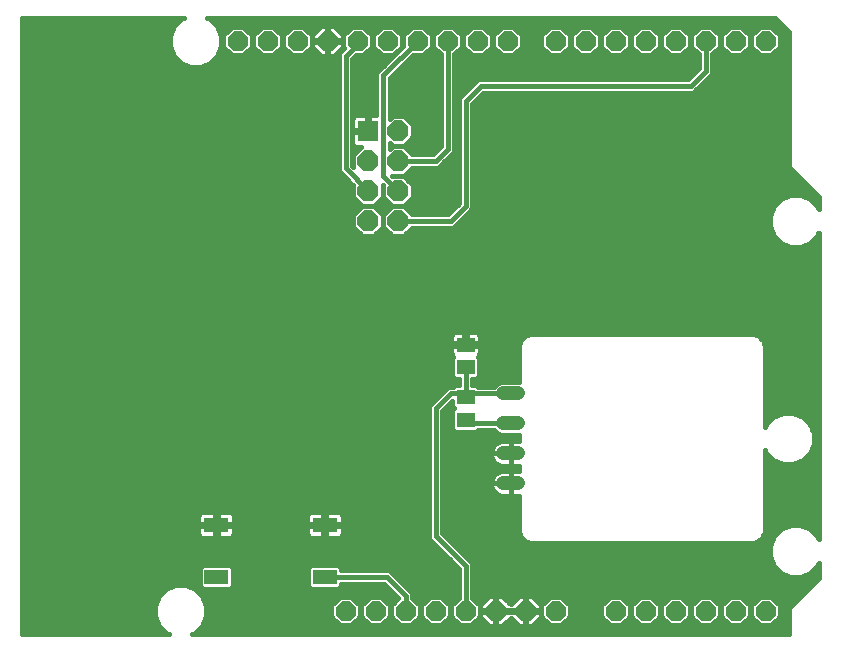
<source format=gtl>
G04 This is an RS-274x file exported by *
G04 gerbv version 2.6.1 *
G04 More information is available about gerbv at *
G04 http://gerbv.geda-project.org/ *
G04 --End of header info--*
%MOIN*%
%FSLAX34Y34*%
%IPPOS*%
G04 --Define apertures--*
%AMMACRO10*
5,1,8,0.000000,0.000000,0.071438,22.500000*
%
%ADD10MACRO10*%
%ADD11C,0.0472*%
%ADD12R,0.0630X0.0512*%
%ADD13R,0.0591X0.0512*%
%ADD14R,0.0827X0.0512*%
%ADD15R,0.0700X0.0700*%
%AMMACRO16*
5,1,8,0.000000,0.000000,0.075767,22.500000*
%
%ADD16MACRO16*%
%ADD17C,0.0160*%
%ADD18C,0.0376*%
G04 --Start main section--*
G54D10*
G01X0013260Y0001500D03*
G01X0014260Y0001500D03*
G01X0015260Y0001500D03*
G01X0016260Y0001500D03*
G01X0017260Y0001500D03*
G01X0018260Y0001500D03*
G01X0019260Y0001500D03*
G01X0020260Y0001500D03*
G01X0022260Y0001500D03*
G01X0023260Y0001500D03*
G01X0024260Y0001500D03*
G01X0025260Y0001500D03*
G01X0026260Y0001500D03*
G01X0027260Y0001500D03*
G01X0027260Y0020500D03*
G01X0026260Y0020500D03*
G01X0025260Y0020500D03*
G01X0024260Y0020500D03*
G01X0023260Y0020500D03*
G01X0022260Y0020500D03*
G01X0021260Y0020500D03*
G01X0020260Y0020500D03*
G01X0018660Y0020500D03*
G01X0017660Y0020500D03*
G01X0016660Y0020500D03*
G01X0015660Y0020500D03*
G01X0014660Y0020500D03*
G01X0013660Y0020500D03*
G01X0012659Y0020500D03*
G01X0011660Y0020500D03*
G01X0010660Y0020500D03*
G01X0009660Y0020500D03*
G54D11*
G01X0018523Y0008750D02*
G01X0018996Y0008750D01*
G01X0018996Y0007750D02*
G01X0018523Y0007750D01*
G01X0018523Y0006750D02*
G01X0018996Y0006750D01*
G01X0018996Y0005750D02*
G01X0018523Y0005750D01*
G54D12*
G01X0017260Y0007876D03*
G01X0017260Y0008624D03*
G54D13*
G01X0017260Y0009626D03*
G01X0017260Y0010374D03*
G54D14*
G01X0012571Y0004366D03*
G01X0012571Y0002634D03*
G01X0008949Y0002634D03*
G01X0008949Y0004366D03*
G54D15*
G01X0014010Y0017500D03*
G54D16*
G01X0015010Y0017500D03*
G01X0015010Y0016500D03*
G01X0014010Y0016500D03*
G01X0014010Y0015500D03*
G01X0015010Y0015500D03*
G01X0015010Y0014500D03*
G01X0014010Y0014500D03*
G54D17*
G01X0002490Y0021270D02*
G01X0002490Y0000730D01*
G01X0002490Y0000730D02*
G01X0007371Y0000730D01*
G01X0007371Y0000730D02*
G01X0007272Y0000771D01*
G01X0007272Y0000771D02*
G01X0007030Y0001013D01*
G01X0007030Y0001013D02*
G01X0006900Y0001329D01*
G01X0006900Y0001329D02*
G01X0006900Y0001671D01*
G01X0006900Y0001671D02*
G01X0007030Y0001987D01*
G01X0007030Y0001987D02*
G01X0007272Y0002229D01*
G01X0007272Y0002229D02*
G01X0007589Y0002360D01*
G01X0007589Y0002360D02*
G01X0007931Y0002360D01*
G01X0007931Y0002360D02*
G01X0008247Y0002229D01*
G01X0008247Y0002229D02*
G01X0008489Y0001987D01*
G01X0008489Y0001987D02*
G01X0008619Y0001671D01*
G01X0008619Y0001671D02*
G01X0008619Y0001329D01*
G01X0008619Y0001329D02*
G01X0008489Y0001013D01*
G01X0008489Y0001013D02*
G01X0008247Y0000771D01*
G01X0008247Y0000771D02*
G01X0008148Y0000730D01*
G01X0008148Y0000730D02*
G01X0028030Y0000730D01*
G01X0028030Y0000730D02*
G01X0028030Y0001595D01*
G01X0028030Y0001595D02*
G01X0029030Y0002595D01*
G01X0029030Y0002595D02*
G01X0029030Y0003112D01*
G01X0029030Y0003112D02*
G01X0028989Y0003013D01*
G01X0028989Y0003013D02*
G01X0028747Y0002771D01*
G01X0028747Y0002771D02*
G01X0028431Y0002640D01*
G01X0028431Y0002640D02*
G01X0028089Y0002640D01*
G01X0028089Y0002640D02*
G01X0027772Y0002771D01*
G01X0027772Y0002771D02*
G01X0027531Y0003013D01*
G01X0027531Y0003013D02*
G01X0027400Y0003329D01*
G01X0027400Y0003329D02*
G01X0027400Y0003671D01*
G01X0027400Y0003671D02*
G01X0027531Y0003987D01*
G01X0027531Y0003987D02*
G01X0027772Y0004229D01*
G01X0027772Y0004229D02*
G01X0028089Y0004360D01*
G01X0028089Y0004360D02*
G01X0028431Y0004360D01*
G01X0028431Y0004360D02*
G01X0028747Y0004229D01*
G01X0028747Y0004229D02*
G01X0028989Y0003987D01*
G01X0028989Y0003987D02*
G01X0029030Y0003888D01*
G01X0029030Y0003888D02*
G01X0029030Y0014112D01*
G01X0029030Y0014112D02*
G01X0028989Y0014013D01*
G01X0028989Y0014013D02*
G01X0028747Y0013771D01*
G01X0028747Y0013771D02*
G01X0028431Y0013640D01*
G01X0028431Y0013640D02*
G01X0028089Y0013640D01*
G01X0028089Y0013640D02*
G01X0027772Y0013771D01*
G01X0027772Y0013771D02*
G01X0027531Y0014013D01*
G01X0027531Y0014013D02*
G01X0027400Y0014329D01*
G01X0027400Y0014329D02*
G01X0027400Y0014671D01*
G01X0027400Y0014671D02*
G01X0027531Y0014987D01*
G01X0027531Y0014987D02*
G01X0027772Y0015229D01*
G01X0027772Y0015229D02*
G01X0028089Y0015360D01*
G01X0028089Y0015360D02*
G01X0028431Y0015360D01*
G01X0028431Y0015360D02*
G01X0028747Y0015229D01*
G01X0028747Y0015229D02*
G01X0028989Y0014987D01*
G01X0028989Y0014987D02*
G01X0029030Y0014888D01*
G01X0029030Y0014888D02*
G01X0029030Y0015305D01*
G01X0029030Y0015305D02*
G01X0028164Y0016170D01*
G01X0028164Y0016170D02*
G01X0028030Y0016305D01*
G01X0028030Y0016305D02*
G01X0028030Y0020805D01*
G01X0028030Y0020805D02*
G01X0027564Y0021270D01*
G01X0027564Y0021270D02*
G01X0008648Y0021270D01*
G01X0008648Y0021270D02*
G01X0008747Y0021229D01*
G01X0008747Y0021229D02*
G01X0008989Y0020987D01*
G01X0008989Y0020987D02*
G01X0009119Y0020671D01*
G01X0009119Y0020671D02*
G01X0009119Y0020329D01*
G01X0009119Y0020329D02*
G01X0008989Y0020013D01*
G01X0008989Y0020013D02*
G01X0008747Y0019771D01*
G01X0008747Y0019771D02*
G01X0008431Y0019640D01*
G01X0008431Y0019640D02*
G01X0008089Y0019640D01*
G01X0008089Y0019640D02*
G01X0007772Y0019771D01*
G01X0007772Y0019771D02*
G01X0007531Y0020013D01*
G01X0007531Y0020013D02*
G01X0007400Y0020329D01*
G01X0007400Y0020329D02*
G01X0007400Y0020671D01*
G01X0007400Y0020671D02*
G01X0007531Y0020987D01*
G01X0007531Y0020987D02*
G01X0007772Y0021229D01*
G01X0007772Y0021229D02*
G01X0007871Y0021270D01*
G01X0007871Y0021270D02*
G01X0002490Y0021270D01*
G01X0002490Y0021121D02*
G01X0007664Y0021121D01*
G01X0007520Y0020961D02*
G01X0002490Y0020961D01*
G01X0002490Y0020801D02*
G01X0007454Y0020801D01*
G01X0007400Y0020641D02*
G01X0002490Y0020641D01*
G01X0002490Y0020481D02*
G01X0007400Y0020481D01*
G01X0007403Y0020322D02*
G01X0002490Y0020322D01*
G01X0002490Y0020162D02*
G01X0007469Y0020162D01*
G01X0007542Y0020002D02*
G01X0002490Y0020002D01*
G01X0002490Y0019842D02*
G01X0007701Y0019842D01*
G01X0007987Y0019682D02*
G01X0002490Y0019682D01*
G01X0002490Y0019522D02*
G01X0013040Y0019522D01*
G01X0013040Y0019682D02*
G01X0008532Y0019682D01*
G01X0008818Y0019842D02*
G01X0013040Y0019842D01*
G01X0013040Y0020002D02*
G01X0012883Y0020002D01*
G01X0012871Y0019990D02*
G01X0013170Y0020289D01*
G01X0013170Y0020289D02*
G01X0013170Y0020482D01*
G01X0013170Y0020482D02*
G01X0012678Y0020482D01*
G01X0012678Y0020482D02*
G01X0012678Y0019990D01*
G01X0012678Y0019990D02*
G01X0012871Y0019990D01*
G01X0012678Y0020002D02*
G01X0012641Y0020002D01*
G01X0012641Y0019990D02*
G01X0012641Y0020482D01*
G01X0012641Y0020482D02*
G01X0012150Y0020482D01*
G01X0012150Y0020482D02*
G01X0012150Y0020289D01*
G01X0012150Y0020289D02*
G01X0012448Y0019990D01*
G01X0012448Y0019990D02*
G01X0012641Y0019990D01*
G01X0012641Y0020162D02*
G01X0012678Y0020162D01*
G01X0012678Y0020322D02*
G01X0012641Y0020322D01*
G01X0012641Y0020481D02*
G01X0012678Y0020481D01*
G01X0012678Y0020482D02*
G01X0012641Y0020482D01*
G01X0012641Y0020482D02*
G01X0012641Y0020518D01*
G01X0012641Y0020518D02*
G01X0012150Y0020518D01*
G01X0012150Y0020518D02*
G01X0012150Y0020711D01*
G01X0012150Y0020711D02*
G01X0012448Y0021010D01*
G01X0012448Y0021010D02*
G01X0012641Y0021010D01*
G01X0012641Y0021010D02*
G01X0012641Y0020518D01*
G01X0012641Y0020518D02*
G01X0012678Y0020518D01*
G01X0012678Y0020518D02*
G01X0012678Y0021010D01*
G01X0012678Y0021010D02*
G01X0012871Y0021010D01*
G01X0012871Y0021010D02*
G01X0013170Y0020711D01*
G01X0013170Y0020711D02*
G01X0013170Y0020518D01*
G01X0013170Y0020518D02*
G01X0012678Y0020518D01*
G01X0012678Y0020518D02*
G01X0012678Y0020482D01*
G01X0012678Y0020641D02*
G01X0012641Y0020641D01*
G01X0012641Y0020801D02*
G01X0012678Y0020801D01*
G01X0012678Y0020961D02*
G01X0012641Y0020961D01*
G01X0012399Y0020961D02*
G01X0011863Y0020961D01*
G01X0011854Y0020970D02*
G01X0011465Y0020970D01*
G01X0011465Y0020970D02*
G01X0011189Y0020695D01*
G01X0011189Y0020695D02*
G01X0011189Y0020305D01*
G01X0011189Y0020305D02*
G01X0011465Y0020030D01*
G01X0011465Y0020030D02*
G01X0011854Y0020030D01*
G01X0011854Y0020030D02*
G01X0012130Y0020305D01*
G01X0012130Y0020305D02*
G01X0012130Y0020695D01*
G01X0012130Y0020695D02*
G01X0011854Y0020970D01*
G01X0012023Y0020801D02*
G01X0012239Y0020801D01*
G01X0012150Y0020641D02*
G01X0012130Y0020641D01*
G01X0012130Y0020481D02*
G01X0012150Y0020481D01*
G01X0012150Y0020322D02*
G01X0012130Y0020322D01*
G01X0011986Y0020162D02*
G01X0012277Y0020162D01*
G01X0012436Y0020002D02*
G01X0008978Y0020002D01*
G01X0009050Y0020162D02*
G01X0009333Y0020162D01*
G01X0009465Y0020030D02*
G01X0009854Y0020030D01*
G01X0009854Y0020030D02*
G01X0010130Y0020305D01*
G01X0010130Y0020305D02*
G01X0010130Y0020695D01*
G01X0010130Y0020695D02*
G01X0009854Y0020970D01*
G01X0009854Y0020970D02*
G01X0009465Y0020970D01*
G01X0009465Y0020970D02*
G01X0009190Y0020695D01*
G01X0009190Y0020695D02*
G01X0009190Y0020305D01*
G01X0009190Y0020305D02*
G01X0009465Y0020030D01*
G01X0009190Y0020322D02*
G01X0009116Y0020322D01*
G01X0009119Y0020481D02*
G01X0009190Y0020481D01*
G01X0009190Y0020641D02*
G01X0009119Y0020641D01*
G01X0009066Y0020801D02*
G01X0009296Y0020801D01*
G01X0009456Y0020961D02*
G01X0008999Y0020961D01*
G01X0008855Y0021121D02*
G01X0027713Y0021121D01*
G01X0027873Y0020961D02*
G01X0027463Y0020961D01*
G01X0027454Y0020970D02*
G01X0027065Y0020970D01*
G01X0027065Y0020970D02*
G01X0026790Y0020695D01*
G01X0026790Y0020695D02*
G01X0026790Y0020305D01*
G01X0026790Y0020305D02*
G01X0027065Y0020030D01*
G01X0027065Y0020030D02*
G01X0027454Y0020030D01*
G01X0027454Y0020030D02*
G01X0027729Y0020305D01*
G01X0027729Y0020305D02*
G01X0027729Y0020695D01*
G01X0027729Y0020695D02*
G01X0027454Y0020970D01*
G01X0027623Y0020801D02*
G01X0028030Y0020801D01*
G01X0028030Y0020641D02*
G01X0027729Y0020641D01*
G01X0027729Y0020481D02*
G01X0028030Y0020481D01*
G01X0028030Y0020322D02*
G01X0027729Y0020322D01*
G01X0027586Y0020162D02*
G01X0028030Y0020162D01*
G01X0028030Y0020002D02*
G01X0025480Y0020002D01*
G01X0025480Y0020055D02*
G01X0025730Y0020305D01*
G01X0025730Y0020305D02*
G01X0025730Y0020695D01*
G01X0025730Y0020695D02*
G01X0025454Y0020970D01*
G01X0025454Y0020970D02*
G01X0025065Y0020970D01*
G01X0025065Y0020970D02*
G01X0024790Y0020695D01*
G01X0024790Y0020695D02*
G01X0024790Y0020305D01*
G01X0024790Y0020305D02*
G01X0025040Y0020055D01*
G01X0025040Y0020055D02*
G01X0025040Y0019591D01*
G01X0025040Y0019591D02*
G01X0024668Y0019220D01*
G01X0024668Y0019220D02*
G01X0017668Y0019220D01*
G01X0017668Y0019220D02*
G01X0017168Y0018720D01*
G01X0017168Y0018720D02*
G01X0017040Y0018591D01*
G01X0017040Y0018591D02*
G01X0017040Y0015091D01*
G01X0017040Y0015091D02*
G01X0016668Y0014720D01*
G01X0016668Y0014720D02*
G01X0015482Y0014720D01*
G01X0015482Y0014720D02*
G01X0015213Y0014990D01*
G01X0015213Y0014990D02*
G01X0014807Y0014990D01*
G01X0014807Y0014990D02*
G01X0014520Y0014703D01*
G01X0014520Y0014703D02*
G01X0014520Y0014297D01*
G01X0014520Y0014297D02*
G01X0014807Y0014010D01*
G01X0014807Y0014010D02*
G01X0015213Y0014010D01*
G01X0015213Y0014010D02*
G01X0015482Y0014280D01*
G01X0015482Y0014280D02*
G01X0016851Y0014280D01*
G01X0016851Y0014280D02*
G01X0016980Y0014409D01*
G01X0016980Y0014409D02*
G01X0017480Y0014909D01*
G01X0017480Y0014909D02*
G01X0017480Y0018409D01*
G01X0017480Y0018409D02*
G01X0017851Y0018780D01*
G01X0017851Y0018780D02*
G01X0024851Y0018780D01*
G01X0024851Y0018780D02*
G01X0024980Y0018909D01*
G01X0024980Y0018909D02*
G01X0025480Y0019409D01*
G01X0025480Y0019409D02*
G01X0025480Y0020055D01*
G01X0025586Y0020162D02*
G01X0025933Y0020162D01*
G01X0026065Y0020030D02*
G01X0025790Y0020305D01*
G01X0025790Y0020305D02*
G01X0025790Y0020695D01*
G01X0025790Y0020695D02*
G01X0026065Y0020970D01*
G01X0026065Y0020970D02*
G01X0026454Y0020970D01*
G01X0026454Y0020970D02*
G01X0026730Y0020695D01*
G01X0026730Y0020695D02*
G01X0026730Y0020305D01*
G01X0026730Y0020305D02*
G01X0026454Y0020030D01*
G01X0026454Y0020030D02*
G01X0026065Y0020030D01*
G01X0025790Y0020322D02*
G01X0025730Y0020322D01*
G01X0025730Y0020481D02*
G01X0025790Y0020481D01*
G01X0025790Y0020641D02*
G01X0025730Y0020641D01*
G01X0025623Y0020801D02*
G01X0025896Y0020801D01*
G01X0026056Y0020961D02*
G01X0025463Y0020961D01*
G01X0025056Y0020961D02*
G01X0024463Y0020961D01*
G01X0024454Y0020970D02*
G01X0024065Y0020970D01*
G01X0024065Y0020970D02*
G01X0023790Y0020695D01*
G01X0023790Y0020695D02*
G01X0023790Y0020305D01*
G01X0023790Y0020305D02*
G01X0024065Y0020030D01*
G01X0024065Y0020030D02*
G01X0024454Y0020030D01*
G01X0024454Y0020030D02*
G01X0024730Y0020305D01*
G01X0024730Y0020305D02*
G01X0024730Y0020695D01*
G01X0024730Y0020695D02*
G01X0024454Y0020970D01*
G01X0024623Y0020801D02*
G01X0024896Y0020801D01*
G01X0024790Y0020641D02*
G01X0024730Y0020641D01*
G01X0024730Y0020481D02*
G01X0024790Y0020481D01*
G01X0024790Y0020322D02*
G01X0024730Y0020322D01*
G01X0024586Y0020162D02*
G01X0024933Y0020162D01*
G01X0025040Y0020002D02*
G01X0016880Y0020002D01*
G01X0016880Y0020055D02*
G01X0017130Y0020305D01*
G01X0017130Y0020305D02*
G01X0017130Y0020695D01*
G01X0017130Y0020695D02*
G01X0016854Y0020970D01*
G01X0016854Y0020970D02*
G01X0016465Y0020970D01*
G01X0016465Y0020970D02*
G01X0016189Y0020695D01*
G01X0016189Y0020695D02*
G01X0016189Y0020305D01*
G01X0016189Y0020305D02*
G01X0016440Y0020055D01*
G01X0016440Y0020055D02*
G01X0016440Y0016991D01*
G01X0016440Y0016991D02*
G01X0016168Y0016720D01*
G01X0016168Y0016720D02*
G01X0015482Y0016720D01*
G01X0015482Y0016720D02*
G01X0015213Y0016990D01*
G01X0015213Y0016990D02*
G01X0014807Y0016990D01*
G01X0014807Y0016990D02*
G01X0014730Y0016913D01*
G01X0014730Y0016913D02*
G01X0014730Y0017087D01*
G01X0014730Y0017087D02*
G01X0014807Y0017010D01*
G01X0014807Y0017010D02*
G01X0015213Y0017010D01*
G01X0015213Y0017010D02*
G01X0015500Y0017297D01*
G01X0015500Y0017297D02*
G01X0015500Y0017703D01*
G01X0015500Y0017703D02*
G01X0015213Y0017990D01*
G01X0015213Y0017990D02*
G01X0014807Y0017990D01*
G01X0014807Y0017990D02*
G01X0014730Y0017913D01*
G01X0014730Y0017913D02*
G01X0014730Y0019259D01*
G01X0014730Y0019259D02*
G01X0015501Y0020030D01*
G01X0015501Y0020030D02*
G01X0015854Y0020030D01*
G01X0015854Y0020030D02*
G01X0016130Y0020305D01*
G01X0016130Y0020305D02*
G01X0016130Y0020695D01*
G01X0016130Y0020695D02*
G01X0015854Y0020970D01*
G01X0015854Y0020970D02*
G01X0015465Y0020970D01*
G01X0015465Y0020970D02*
G01X0015190Y0020695D01*
G01X0015190Y0020695D02*
G01X0015190Y0020341D01*
G01X0015190Y0020341D02*
G01X0014290Y0019441D01*
G01X0014290Y0019441D02*
G01X0014290Y0018030D01*
G01X0014290Y0018030D02*
G01X0014028Y0018030D01*
G01X0014028Y0018030D02*
G01X0014028Y0017518D01*
G01X0014028Y0017518D02*
G01X0013991Y0017518D01*
G01X0013991Y0017518D02*
G01X0013991Y0017482D01*
G01X0013991Y0017482D02*
G01X0013480Y0017482D01*
G01X0013480Y0017482D02*
G01X0013480Y0017126D01*
G01X0013480Y0017126D02*
G01X0013492Y0017081D01*
G01X0013492Y0017081D02*
G01X0013516Y0017040D01*
G01X0013516Y0017040D02*
G01X0013549Y0017006D01*
G01X0013549Y0017006D02*
G01X0013590Y0016982D01*
G01X0013590Y0016982D02*
G01X0013636Y0016970D01*
G01X0013636Y0016970D02*
G01X0013787Y0016970D01*
G01X0013787Y0016970D02*
G01X0013520Y0016703D01*
G01X0013520Y0016703D02*
G01X0013520Y0016301D01*
G01X0013520Y0016301D02*
G01X0013480Y0016341D01*
G01X0013480Y0016341D02*
G01X0013480Y0019909D01*
G01X0013480Y0019909D02*
G01X0013601Y0020030D01*
G01X0013601Y0020030D02*
G01X0013854Y0020030D01*
G01X0013854Y0020030D02*
G01X0014130Y0020305D01*
G01X0014130Y0020305D02*
G01X0014130Y0020695D01*
G01X0014130Y0020695D02*
G01X0013854Y0020970D01*
G01X0013854Y0020970D02*
G01X0013465Y0020970D01*
G01X0013465Y0020970D02*
G01X0013190Y0020695D01*
G01X0013190Y0020695D02*
G01X0013190Y0020305D01*
G01X0013190Y0020305D02*
G01X0013222Y0020273D01*
G01X0013222Y0020273D02*
G01X0013168Y0020220D01*
G01X0013168Y0020220D02*
G01X0013040Y0020091D01*
G01X0013040Y0020091D02*
G01X0013040Y0016159D01*
G01X0013040Y0016159D02*
G01X0013168Y0016030D01*
G01X0013168Y0016030D02*
G01X0013520Y0015679D01*
G01X0013520Y0015679D02*
G01X0013520Y0015297D01*
G01X0013520Y0015297D02*
G01X0013807Y0015010D01*
G01X0013807Y0015010D02*
G01X0014212Y0015010D01*
G01X0014212Y0015010D02*
G01X0014500Y0015297D01*
G01X0014500Y0015297D02*
G01X0014500Y0015699D01*
G01X0014500Y0015699D02*
G01X0014520Y0015679D01*
G01X0014520Y0015679D02*
G01X0014520Y0015297D01*
G01X0014520Y0015297D02*
G01X0014807Y0015010D01*
G01X0014807Y0015010D02*
G01X0015213Y0015010D01*
G01X0015213Y0015010D02*
G01X0015500Y0015297D01*
G01X0015500Y0015297D02*
G01X0015500Y0015703D01*
G01X0015500Y0015703D02*
G01X0015213Y0015990D01*
G01X0015213Y0015990D02*
G01X0014831Y0015990D01*
G01X0014831Y0015990D02*
G01X0014811Y0016010D01*
G01X0014811Y0016010D02*
G01X0015213Y0016010D01*
G01X0015213Y0016010D02*
G01X0015482Y0016280D01*
G01X0015482Y0016280D02*
G01X0016351Y0016280D01*
G01X0016351Y0016280D02*
G01X0016480Y0016409D01*
G01X0016480Y0016409D02*
G01X0016880Y0016809D01*
G01X0016880Y0016809D02*
G01X0016880Y0020055D01*
G01X0016986Y0020162D02*
G01X0017333Y0020162D01*
G01X0017465Y0020030D02*
G01X0017190Y0020305D01*
G01X0017190Y0020305D02*
G01X0017190Y0020695D01*
G01X0017190Y0020695D02*
G01X0017465Y0020970D01*
G01X0017465Y0020970D02*
G01X0017854Y0020970D01*
G01X0017854Y0020970D02*
G01X0018130Y0020695D01*
G01X0018130Y0020695D02*
G01X0018130Y0020305D01*
G01X0018130Y0020305D02*
G01X0017854Y0020030D01*
G01X0017854Y0020030D02*
G01X0017465Y0020030D01*
G01X0017190Y0020322D02*
G01X0017130Y0020322D01*
G01X0017130Y0020481D02*
G01X0017190Y0020481D01*
G01X0017190Y0020641D02*
G01X0017130Y0020641D01*
G01X0017023Y0020801D02*
G01X0017296Y0020801D01*
G01X0017456Y0020961D02*
G01X0016863Y0020961D01*
G01X0016456Y0020961D02*
G01X0015863Y0020961D01*
G01X0016023Y0020801D02*
G01X0016296Y0020801D01*
G01X0016189Y0020641D02*
G01X0016130Y0020641D01*
G01X0016130Y0020481D02*
G01X0016189Y0020481D01*
G01X0016189Y0020322D02*
G01X0016130Y0020322D01*
G01X0015986Y0020162D02*
G01X0016333Y0020162D01*
G01X0016440Y0020002D02*
G01X0015473Y0020002D01*
G01X0015313Y0019842D02*
G01X0016440Y0019842D01*
G01X0016440Y0019682D02*
G01X0015153Y0019682D01*
G01X0014993Y0019522D02*
G01X0016440Y0019522D01*
G01X0016440Y0019362D02*
G01X0014833Y0019362D01*
G01X0014730Y0019203D02*
G01X0016440Y0019203D01*
G01X0016440Y0019043D02*
G01X0014730Y0019043D01*
G01X0014730Y0018883D02*
G01X0016440Y0018883D01*
G01X0016440Y0018723D02*
G01X0014730Y0018723D01*
G01X0014730Y0018563D02*
G01X0016440Y0018563D01*
G01X0016440Y0018403D02*
G01X0014730Y0018403D01*
G01X0014730Y0018244D02*
G01X0016440Y0018244D01*
G01X0016440Y0018084D02*
G01X0014730Y0018084D01*
G01X0014730Y0017924D02*
G01X0014740Y0017924D01*
G01X0014290Y0018084D02*
G01X0013480Y0018084D01*
G01X0013549Y0017994D02*
G01X0013516Y0017961D01*
G01X0013516Y0017961D02*
G01X0013492Y0017920D01*
G01X0013492Y0017920D02*
G01X0013480Y0017874D01*
G01X0013480Y0017874D02*
G01X0013480Y0017518D01*
G01X0013480Y0017518D02*
G01X0013991Y0017518D01*
G01X0013991Y0017518D02*
G01X0013991Y0018030D01*
G01X0013991Y0018030D02*
G01X0013636Y0018030D01*
G01X0013636Y0018030D02*
G01X0013590Y0018018D01*
G01X0013590Y0018018D02*
G01X0013549Y0017994D01*
G01X0013494Y0017924D02*
G01X0013480Y0017924D01*
G01X0013480Y0017764D02*
G01X0013480Y0017764D01*
G01X0013480Y0017604D02*
G01X0013480Y0017604D01*
G01X0013480Y0017444D02*
G01X0013480Y0017444D01*
G01X0013480Y0017284D02*
G01X0013480Y0017284D01*
G01X0013480Y0017125D02*
G01X0013480Y0017125D01*
G01X0013480Y0016965D02*
G01X0013781Y0016965D01*
G01X0013621Y0016805D02*
G01X0013480Y0016805D01*
G01X0013480Y0016645D02*
G01X0013520Y0016645D01*
G01X0013520Y0016485D02*
G01X0013480Y0016485D01*
G01X0013495Y0016325D02*
G01X0013520Y0016325D01*
G01X0013260Y0016250D02*
G01X0014010Y0015500D01*
G01X0013520Y0015526D02*
G01X0002490Y0015526D01*
G01X0002490Y0015366D02*
G01X0013520Y0015366D01*
G01X0013610Y0015206D02*
G01X0002490Y0015206D01*
G01X0002490Y0015047D02*
G01X0013770Y0015047D01*
G01X0013807Y0014990D02*
G01X0013520Y0014703D01*
G01X0013520Y0014703D02*
G01X0013520Y0014297D01*
G01X0013520Y0014297D02*
G01X0013807Y0014010D01*
G01X0013807Y0014010D02*
G01X0014212Y0014010D01*
G01X0014212Y0014010D02*
G01X0014500Y0014297D01*
G01X0014500Y0014297D02*
G01X0014500Y0014703D01*
G01X0014500Y0014703D02*
G01X0014212Y0014990D01*
G01X0014212Y0014990D02*
G01X0013807Y0014990D01*
G01X0013703Y0014887D02*
G01X0002490Y0014887D01*
G01X0002490Y0014727D02*
G01X0013543Y0014727D01*
G01X0013520Y0014567D02*
G01X0002490Y0014567D01*
G01X0002490Y0014407D02*
G01X0013520Y0014407D01*
G01X0013569Y0014247D02*
G01X0002490Y0014247D01*
G01X0002490Y0014087D02*
G01X0013729Y0014087D01*
G01X0014290Y0014087D02*
G01X0014729Y0014087D01*
G01X0014569Y0014247D02*
G01X0014450Y0014247D01*
G01X0014500Y0014407D02*
G01X0014520Y0014407D01*
G01X0014520Y0014567D02*
G01X0014500Y0014567D01*
G01X0014476Y0014727D02*
G01X0014543Y0014727D01*
G01X0014703Y0014887D02*
G01X0014316Y0014887D01*
G01X0014249Y0015047D02*
G01X0014770Y0015047D01*
G01X0014610Y0015206D02*
G01X0014409Y0015206D01*
G01X0014500Y0015366D02*
G01X0014520Y0015366D01*
G01X0014520Y0015526D02*
G01X0014500Y0015526D01*
G01X0014500Y0015686D02*
G01X0014513Y0015686D01*
G01X0014510Y0016000D02*
G01X0014510Y0019350D01*
G01X0014510Y0019350D02*
G01X0015660Y0020500D01*
G01X0015190Y0020481D02*
G01X0015130Y0020481D01*
G01X0015130Y0020641D02*
G01X0015190Y0020641D01*
G01X0015130Y0020695D02*
G01X0015130Y0020305D01*
G01X0015130Y0020305D02*
G01X0014854Y0020030D01*
G01X0014854Y0020030D02*
G01X0014465Y0020030D01*
G01X0014465Y0020030D02*
G01X0014190Y0020305D01*
G01X0014190Y0020305D02*
G01X0014190Y0020695D01*
G01X0014190Y0020695D02*
G01X0014465Y0020970D01*
G01X0014465Y0020970D02*
G01X0014854Y0020970D01*
G01X0014854Y0020970D02*
G01X0015130Y0020695D01*
G01X0015023Y0020801D02*
G01X0015296Y0020801D01*
G01X0015456Y0020961D02*
G01X0014863Y0020961D01*
G01X0014456Y0020961D02*
G01X0013863Y0020961D01*
G01X0014023Y0020801D02*
G01X0014296Y0020801D01*
G01X0014190Y0020641D02*
G01X0014130Y0020641D01*
G01X0014130Y0020481D02*
G01X0014190Y0020481D01*
G01X0014190Y0020322D02*
G01X0014130Y0020322D01*
G01X0013986Y0020162D02*
G01X0014333Y0020162D01*
G01X0014690Y0019842D02*
G01X0013480Y0019842D01*
G01X0013480Y0019682D02*
G01X0014531Y0019682D01*
G01X0014371Y0019522D02*
G01X0013480Y0019522D01*
G01X0013480Y0019362D02*
G01X0014290Y0019362D01*
G01X0014290Y0019203D02*
G01X0013480Y0019203D01*
G01X0013480Y0019043D02*
G01X0014290Y0019043D01*
G01X0014290Y0018883D02*
G01X0013480Y0018883D01*
G01X0013480Y0018723D02*
G01X0014290Y0018723D01*
G01X0014290Y0018563D02*
G01X0013480Y0018563D01*
G01X0013480Y0018403D02*
G01X0014290Y0018403D01*
G01X0014290Y0018244D02*
G01X0013480Y0018244D01*
G01X0013040Y0018244D02*
G01X0002490Y0018244D01*
G01X0002490Y0018403D02*
G01X0013040Y0018403D01*
G01X0013040Y0018563D02*
G01X0002490Y0018563D01*
G01X0002490Y0018723D02*
G01X0013040Y0018723D01*
G01X0013040Y0018883D02*
G01X0002490Y0018883D01*
G01X0002490Y0019043D02*
G01X0013040Y0019043D01*
G01X0013040Y0019203D02*
G01X0002490Y0019203D01*
G01X0002490Y0019362D02*
G01X0013040Y0019362D01*
G01X0013260Y0020000D02*
G01X0013260Y0016250D01*
G01X0013040Y0016325D02*
G01X0002490Y0016325D01*
G01X0002490Y0016485D02*
G01X0013040Y0016485D01*
G01X0013040Y0016645D02*
G01X0002490Y0016645D01*
G01X0002490Y0016805D02*
G01X0013040Y0016805D01*
G01X0013040Y0016965D02*
G01X0002490Y0016965D01*
G01X0002490Y0017125D02*
G01X0013040Y0017125D01*
G01X0013040Y0017284D02*
G01X0002490Y0017284D01*
G01X0002490Y0017444D02*
G01X0013040Y0017444D01*
G01X0013040Y0017604D02*
G01X0002490Y0017604D01*
G01X0002490Y0017764D02*
G01X0013040Y0017764D01*
G01X0013040Y0017924D02*
G01X0002490Y0017924D01*
G01X0002490Y0018084D02*
G01X0013040Y0018084D01*
G01X0013991Y0017924D02*
G01X0014028Y0017924D01*
G01X0014028Y0017764D02*
G01X0013991Y0017764D01*
G01X0013991Y0017604D02*
G01X0014028Y0017604D01*
G01X0014730Y0016965D02*
G01X0014781Y0016965D01*
G01X0015238Y0016965D02*
G01X0016413Y0016965D01*
G01X0016440Y0017125D02*
G01X0015327Y0017125D01*
G01X0015487Y0017284D02*
G01X0016440Y0017284D01*
G01X0016440Y0017444D02*
G01X0015500Y0017444D01*
G01X0015500Y0017604D02*
G01X0016440Y0017604D01*
G01X0016440Y0017764D02*
G01X0015439Y0017764D01*
G01X0015279Y0017924D02*
G01X0016440Y0017924D01*
G01X0016880Y0017924D02*
G01X0017040Y0017924D01*
G01X0017040Y0018084D02*
G01X0016880Y0018084D01*
G01X0016880Y0018244D02*
G01X0017040Y0018244D01*
G01X0017040Y0018403D02*
G01X0016880Y0018403D01*
G01X0016880Y0018563D02*
G01X0017040Y0018563D01*
G01X0017171Y0018723D02*
G01X0016880Y0018723D01*
G01X0016880Y0018883D02*
G01X0017331Y0018883D01*
G01X0017491Y0019043D02*
G01X0016880Y0019043D01*
G01X0016880Y0019203D02*
G01X0017651Y0019203D01*
G01X0017760Y0019000D02*
G01X0017260Y0018500D01*
G01X0017260Y0018500D02*
G01X0017260Y0015000D01*
G01X0017260Y0015000D02*
G01X0016760Y0014500D01*
G01X0016760Y0014500D02*
G01X0015010Y0014500D01*
G01X0015316Y0014887D02*
G01X0016835Y0014887D01*
G01X0016995Y0015047D02*
G01X0015249Y0015047D01*
G01X0015409Y0015206D02*
G01X0017040Y0015206D01*
G01X0017040Y0015366D02*
G01X0015500Y0015366D01*
G01X0015500Y0015526D02*
G01X0017040Y0015526D01*
G01X0017040Y0015686D02*
G01X0015500Y0015686D01*
G01X0015357Y0015846D02*
G01X0017040Y0015846D01*
G01X0017040Y0016006D02*
G01X0014815Y0016006D01*
G01X0014510Y0016000D02*
G01X0015010Y0015500D01*
G01X0015368Y0016165D02*
G01X0017040Y0016165D01*
G01X0017040Y0016325D02*
G01X0016396Y0016325D01*
G01X0016260Y0016500D02*
G01X0015010Y0016500D01*
G01X0015398Y0016805D02*
G01X0016253Y0016805D01*
G01X0016260Y0016500D02*
G01X0016660Y0016900D01*
G01X0016660Y0016900D02*
G01X0016660Y0020500D01*
G01X0016880Y0019842D02*
G01X0025040Y0019842D01*
G01X0025040Y0019682D02*
G01X0016880Y0019682D01*
G01X0016880Y0019522D02*
G01X0024971Y0019522D01*
G01X0024811Y0019362D02*
G01X0016880Y0019362D01*
G01X0017760Y0019000D02*
G01X0024760Y0019000D01*
G01X0024760Y0019000D02*
G01X0025260Y0019500D01*
G01X0025260Y0019500D02*
G01X0025260Y0020500D01*
G01X0025480Y0019842D02*
G01X0028030Y0019842D01*
G01X0028030Y0019682D02*
G01X0025480Y0019682D01*
G01X0025480Y0019522D02*
G01X0028030Y0019522D01*
G01X0028030Y0019362D02*
G01X0025433Y0019362D01*
G01X0025273Y0019203D02*
G01X0028030Y0019203D01*
G01X0028030Y0019043D02*
G01X0025113Y0019043D01*
G01X0024954Y0018883D02*
G01X0028030Y0018883D01*
G01X0028030Y0018723D02*
G01X0017794Y0018723D01*
G01X0017634Y0018563D02*
G01X0028030Y0018563D01*
G01X0028030Y0018403D02*
G01X0017480Y0018403D01*
G01X0017480Y0018244D02*
G01X0028030Y0018244D01*
G01X0028030Y0018084D02*
G01X0017480Y0018084D01*
G01X0017480Y0017924D02*
G01X0028030Y0017924D01*
G01X0028030Y0017764D02*
G01X0017480Y0017764D01*
G01X0017480Y0017604D02*
G01X0028030Y0017604D01*
G01X0028030Y0017444D02*
G01X0017480Y0017444D01*
G01X0017480Y0017284D02*
G01X0028030Y0017284D01*
G01X0028030Y0017125D02*
G01X0017480Y0017125D01*
G01X0017480Y0016965D02*
G01X0028030Y0016965D01*
G01X0028030Y0016805D02*
G01X0017480Y0016805D01*
G01X0017480Y0016645D02*
G01X0028030Y0016645D01*
G01X0028030Y0016485D02*
G01X0017480Y0016485D01*
G01X0017480Y0016325D02*
G01X0028030Y0016325D01*
G01X0028169Y0016165D02*
G01X0017480Y0016165D01*
G01X0017480Y0016006D02*
G01X0028329Y0016006D01*
G01X0028489Y0015846D02*
G01X0017480Y0015846D01*
G01X0017480Y0015686D02*
G01X0028648Y0015686D01*
G01X0028808Y0015526D02*
G01X0017480Y0015526D01*
G01X0017480Y0015366D02*
G01X0028968Y0015366D01*
G01X0029030Y0015206D02*
G01X0028769Y0015206D01*
G01X0028929Y0015047D02*
G01X0029030Y0015047D01*
G01X0029019Y0014087D02*
G01X0029030Y0014087D01*
G01X0029030Y0013928D02*
G01X0028903Y0013928D01*
G01X0029030Y0013768D02*
G01X0028739Y0013768D01*
G01X0029030Y0013608D02*
G01X0002490Y0013608D01*
G01X0002490Y0013768D02*
G01X0027781Y0013768D01*
G01X0027616Y0013928D02*
G01X0002490Y0013928D01*
G01X0002490Y0013448D02*
G01X0029030Y0013448D01*
G01X0029030Y0013288D02*
G01X0002490Y0013288D01*
G01X0002490Y0013128D02*
G01X0029030Y0013128D01*
G01X0029030Y0012968D02*
G01X0002490Y0012968D01*
G01X0002490Y0012809D02*
G01X0029030Y0012809D01*
G01X0029030Y0012649D02*
G01X0002490Y0012649D01*
G01X0002490Y0012489D02*
G01X0029030Y0012489D01*
G01X0029030Y0012329D02*
G01X0002490Y0012329D01*
G01X0002490Y0012169D02*
G01X0029030Y0012169D01*
G01X0029030Y0012009D02*
G01X0002490Y0012009D01*
G01X0002490Y0011849D02*
G01X0029030Y0011849D01*
G01X0029030Y0011690D02*
G01X0002490Y0011690D01*
G01X0002490Y0011530D02*
G01X0029030Y0011530D01*
G01X0029030Y0011370D02*
G01X0002490Y0011370D01*
G01X0002490Y0011210D02*
G01X0029030Y0011210D01*
G01X0029030Y0011050D02*
G01X0002490Y0011050D01*
G01X0002490Y0010890D02*
G01X0029030Y0010890D01*
G01X0029030Y0010731D02*
G01X0017705Y0010731D01*
G01X0017699Y0010740D02*
G01X0017665Y0010774D01*
G01X0017665Y0010774D02*
G01X0017624Y0010798D01*
G01X0017624Y0010798D02*
G01X0017579Y0010810D01*
G01X0017579Y0010810D02*
G01X0017308Y0010810D01*
G01X0017308Y0010810D02*
G01X0017308Y0010422D01*
G01X0017308Y0010422D02*
G01X0017212Y0010422D01*
G01X0017212Y0010422D02*
G01X0017212Y0010810D01*
G01X0017212Y0010810D02*
G01X0016941Y0010810D01*
G01X0016941Y0010810D02*
G01X0016895Y0010798D01*
G01X0016895Y0010798D02*
G01X0016854Y0010774D01*
G01X0016854Y0010774D02*
G01X0016820Y0010740D01*
G01X0016820Y0010740D02*
G01X0016797Y0010699D01*
G01X0016797Y0010699D02*
G01X0016784Y0010654D01*
G01X0016784Y0010654D02*
G01X0016784Y0010422D01*
G01X0016784Y0010422D02*
G01X0017212Y0010422D01*
G01X0017212Y0010422D02*
G01X0017212Y0010326D01*
G01X0017212Y0010326D02*
G01X0016784Y0010326D01*
G01X0016784Y0010326D02*
G01X0016784Y0010094D01*
G01X0016784Y0010094D02*
G01X0016797Y0010049D01*
G01X0016797Y0010049D02*
G01X0016820Y0010008D01*
G01X0016820Y0010008D02*
G01X0016854Y0009974D01*
G01X0016854Y0009974D02*
G01X0016857Y0009972D01*
G01X0016857Y0009972D02*
G01X0016824Y0009940D01*
G01X0016824Y0009940D02*
G01X0016824Y0009312D01*
G01X0016824Y0009312D02*
G01X0016906Y0009230D01*
G01X0016906Y0009230D02*
G01X0017040Y0009230D01*
G01X0017040Y0009230D02*
G01X0017040Y0009020D01*
G01X0017040Y0009020D02*
G01X0016887Y0009020D01*
G01X0016887Y0009020D02*
G01X0016837Y0008970D01*
G01X0016837Y0008970D02*
G01X0016668Y0008970D01*
G01X0016668Y0008970D02*
G01X0016040Y0008341D01*
G01X0016040Y0008341D02*
G01X0016040Y0003909D01*
G01X0016040Y0003909D02*
G01X0016168Y0003780D01*
G01X0016168Y0003780D02*
G01X0017040Y0002909D01*
G01X0017040Y0002909D02*
G01X0017040Y0001945D01*
G01X0017040Y0001945D02*
G01X0016790Y0001695D01*
G01X0016790Y0001695D02*
G01X0016790Y0001305D01*
G01X0016790Y0001305D02*
G01X0017065Y0001030D01*
G01X0017065Y0001030D02*
G01X0017454Y0001030D01*
G01X0017454Y0001030D02*
G01X0017730Y0001305D01*
G01X0017730Y0001305D02*
G01X0017730Y0001695D01*
G01X0017730Y0001695D02*
G01X0017480Y0001945D01*
G01X0017480Y0001945D02*
G01X0017480Y0003091D01*
G01X0017480Y0003091D02*
G01X0016480Y0004091D01*
G01X0016480Y0004091D02*
G01X0016480Y0008159D01*
G01X0016480Y0008159D02*
G01X0016805Y0008484D01*
G01X0016805Y0008484D02*
G01X0016805Y0008310D01*
G01X0016805Y0008310D02*
G01X0016865Y0008250D01*
G01X0016865Y0008250D02*
G01X0016805Y0008190D01*
G01X0016805Y0008190D02*
G01X0016805Y0007562D01*
G01X0016805Y0007562D02*
G01X0016887Y0007480D01*
G01X0016887Y0007480D02*
G01X0017633Y0007480D01*
G01X0017633Y0007480D02*
G01X0017682Y0007530D01*
G01X0017682Y0007530D02*
G01X0018211Y0007530D01*
G01X0018211Y0007530D02*
G01X0018310Y0007431D01*
G01X0018310Y0007431D02*
G01X0018449Y0007374D01*
G01X0018449Y0007374D02*
G01X0019030Y0007374D01*
G01X0019030Y0007374D02*
G01X0019030Y0007166D01*
G01X0019030Y0007166D02*
G01X0019029Y0007166D01*
G01X0019029Y0007166D02*
G01X0018760Y0007166D01*
G01X0018760Y0007166D02*
G01X0018491Y0007166D01*
G01X0018491Y0007166D02*
G01X0018426Y0007156D01*
G01X0018426Y0007156D02*
G01X0018364Y0007136D01*
G01X0018364Y0007136D02*
G01X0018305Y0007106D01*
G01X0018305Y0007106D02*
G01X0018252Y0007068D01*
G01X0018252Y0007068D02*
G01X0018206Y0007021D01*
G01X0018206Y0007021D02*
G01X0018167Y0006968D01*
G01X0018167Y0006968D02*
G01X0018138Y0006910D01*
G01X0018138Y0006910D02*
G01X0018117Y0006848D01*
G01X0018117Y0006848D02*
G01X0018107Y0006783D01*
G01X0018107Y0006783D02*
G01X0018107Y0006750D01*
G01X0018107Y0006750D02*
G01X0018107Y0006717D01*
G01X0018107Y0006717D02*
G01X0018117Y0006653D01*
G01X0018117Y0006653D02*
G01X0018138Y0006590D01*
G01X0018138Y0006590D02*
G01X0018167Y0006532D01*
G01X0018167Y0006532D02*
G01X0018206Y0006479D01*
G01X0018206Y0006479D02*
G01X0018252Y0006433D01*
G01X0018252Y0006433D02*
G01X0018305Y0006394D01*
G01X0018305Y0006394D02*
G01X0018364Y0006364D01*
G01X0018364Y0006364D02*
G01X0018426Y0006344D01*
G01X0018426Y0006344D02*
G01X0018491Y0006334D01*
G01X0018491Y0006334D02*
G01X0018760Y0006334D01*
G01X0018760Y0006334D02*
G01X0018760Y0006750D01*
G01X0018760Y0006750D02*
G01X0018760Y0006750D01*
G01X0018760Y0006750D02*
G01X0018107Y0006750D01*
G01X0018107Y0006750D02*
G01X0018760Y0006750D01*
G01X0018760Y0006750D02*
G01X0018760Y0007166D01*
G01X0018760Y0007166D02*
G01X0018760Y0006750D01*
G01X0018760Y0006750D02*
G01X0018760Y0006750D01*
G01X0018760Y0006750D02*
G01X0018760Y0006750D01*
G01X0018760Y0006750D02*
G01X0018760Y0006334D01*
G01X0018760Y0006334D02*
G01X0019029Y0006334D01*
G01X0019029Y0006334D02*
G01X0019030Y0006334D01*
G01X0019030Y0006334D02*
G01X0019030Y0006166D01*
G01X0019030Y0006166D02*
G01X0019029Y0006166D01*
G01X0019029Y0006166D02*
G01X0018760Y0006166D01*
G01X0018760Y0006166D02*
G01X0018491Y0006166D01*
G01X0018491Y0006166D02*
G01X0018426Y0006156D01*
G01X0018426Y0006156D02*
G01X0018364Y0006136D01*
G01X0018364Y0006136D02*
G01X0018305Y0006106D01*
G01X0018305Y0006106D02*
G01X0018252Y0006068D01*
G01X0018252Y0006068D02*
G01X0018206Y0006021D01*
G01X0018206Y0006021D02*
G01X0018167Y0005968D01*
G01X0018167Y0005968D02*
G01X0018138Y0005910D01*
G01X0018138Y0005910D02*
G01X0018117Y0005848D01*
G01X0018117Y0005848D02*
G01X0018107Y0005783D01*
G01X0018107Y0005783D02*
G01X0018107Y0005750D01*
G01X0018107Y0005750D02*
G01X0018107Y0005717D01*
G01X0018107Y0005717D02*
G01X0018117Y0005653D01*
G01X0018117Y0005653D02*
G01X0018138Y0005590D01*
G01X0018138Y0005590D02*
G01X0018167Y0005532D01*
G01X0018167Y0005532D02*
G01X0018206Y0005479D01*
G01X0018206Y0005479D02*
G01X0018252Y0005433D01*
G01X0018252Y0005433D02*
G01X0018305Y0005394D01*
G01X0018305Y0005394D02*
G01X0018364Y0005364D01*
G01X0018364Y0005364D02*
G01X0018426Y0005344D01*
G01X0018426Y0005344D02*
G01X0018491Y0005334D01*
G01X0018491Y0005334D02*
G01X0018760Y0005334D01*
G01X0018760Y0005334D02*
G01X0018760Y0005750D01*
G01X0018760Y0005750D02*
G01X0018760Y0005750D01*
G01X0018760Y0005750D02*
G01X0018107Y0005750D01*
G01X0018107Y0005750D02*
G01X0018760Y0005750D01*
G01X0018760Y0005750D02*
G01X0018760Y0006166D01*
G01X0018760Y0006166D02*
G01X0018760Y0005750D01*
G01X0018760Y0005750D02*
G01X0018760Y0005750D01*
G01X0018760Y0005750D02*
G01X0018760Y0005750D01*
G01X0018760Y0005750D02*
G01X0018760Y0005334D01*
G01X0018760Y0005334D02*
G01X0019029Y0005334D01*
G01X0019029Y0005334D02*
G01X0019030Y0005334D01*
G01X0019030Y0005334D02*
G01X0019030Y0004155D01*
G01X0019030Y0004155D02*
G01X0019103Y0003978D01*
G01X0019103Y0003978D02*
G01X0019238Y0003843D01*
G01X0019238Y0003843D02*
G01X0019238Y0003843D01*
G01X0019238Y0003843D02*
G01X0019414Y0003770D01*
G01X0019414Y0003770D02*
G01X0026855Y0003770D01*
G01X0026855Y0003770D02*
G01X0027031Y0003843D01*
G01X0027031Y0003843D02*
G01X0027166Y0003978D01*
G01X0027166Y0003978D02*
G01X0027240Y0004155D01*
G01X0027240Y0004155D02*
G01X0027240Y0006862D01*
G01X0027240Y0006862D02*
G01X0027281Y0006763D01*
G01X0027281Y0006763D02*
G01X0027522Y0006521D01*
G01X0027522Y0006521D02*
G01X0027839Y0006390D01*
G01X0027839Y0006390D02*
G01X0028181Y0006390D01*
G01X0028181Y0006390D02*
G01X0028497Y0006521D01*
G01X0028497Y0006521D02*
G01X0028739Y0006763D01*
G01X0028739Y0006763D02*
G01X0028869Y0007079D01*
G01X0028869Y0007079D02*
G01X0028869Y0007421D01*
G01X0028869Y0007421D02*
G01X0028739Y0007737D01*
G01X0028739Y0007737D02*
G01X0028497Y0007979D01*
G01X0028497Y0007979D02*
G01X0028181Y0008110D01*
G01X0028181Y0008110D02*
G01X0027839Y0008110D01*
G01X0027839Y0008110D02*
G01X0027522Y0007979D01*
G01X0027522Y0007979D02*
G01X0027281Y0007737D01*
G01X0027281Y0007737D02*
G01X0027240Y0007638D01*
G01X0027240Y0007638D02*
G01X0027240Y0010346D01*
G01X0027240Y0010346D02*
G01X0027166Y0010522D01*
G01X0027166Y0010522D02*
G01X0027031Y0010657D01*
G01X0027031Y0010657D02*
G01X0026855Y0010730D01*
G01X0026855Y0010730D02*
G01X0019414Y0010730D01*
G01X0019414Y0010730D02*
G01X0019238Y0010657D01*
G01X0019238Y0010657D02*
G01X0019103Y0010522D01*
G01X0019103Y0010522D02*
G01X0019030Y0010346D01*
G01X0019030Y0010346D02*
G01X0019030Y0009126D01*
G01X0019030Y0009126D02*
G01X0018449Y0009126D01*
G01X0018449Y0009126D02*
G01X0018310Y0009069D01*
G01X0018310Y0009069D02*
G01X0018211Y0008970D01*
G01X0018211Y0008970D02*
G01X0017682Y0008970D01*
G01X0017682Y0008970D02*
G01X0017633Y0009020D01*
G01X0017633Y0009020D02*
G01X0017480Y0009020D01*
G01X0017480Y0009020D02*
G01X0017480Y0009230D01*
G01X0017480Y0009230D02*
G01X0017613Y0009230D01*
G01X0017613Y0009230D02*
G01X0017695Y0009312D01*
G01X0017695Y0009312D02*
G01X0017695Y0009940D01*
G01X0017695Y0009940D02*
G01X0017662Y0009972D01*
G01X0017662Y0009972D02*
G01X0017665Y0009974D01*
G01X0017665Y0009974D02*
G01X0017699Y0010008D01*
G01X0017699Y0010008D02*
G01X0017723Y0010049D01*
G01X0017723Y0010049D02*
G01X0017735Y0010094D01*
G01X0017735Y0010094D02*
G01X0017735Y0010326D01*
G01X0017735Y0010326D02*
G01X0017308Y0010326D01*
G01X0017308Y0010326D02*
G01X0017308Y0010422D01*
G01X0017308Y0010422D02*
G01X0017735Y0010422D01*
G01X0017735Y0010422D02*
G01X0017735Y0010654D01*
G01X0017735Y0010654D02*
G01X0017723Y0010699D01*
G01X0017723Y0010699D02*
G01X0017699Y0010740D01*
G01X0017735Y0010571D02*
G01X0019151Y0010571D01*
G01X0019103Y0010522D02*
G01X0019103Y0010522D01*
G01X0019057Y0010411D02*
G01X0017308Y0010411D01*
G01X0017212Y0010411D02*
G01X0002490Y0010411D01*
G01X0002490Y0010571D02*
G01X0016784Y0010571D01*
G01X0016814Y0010731D02*
G01X0002490Y0010731D01*
G01X0002490Y0010251D02*
G01X0016784Y0010251D01*
G01X0016785Y0010091D02*
G01X0002490Y0010091D01*
G01X0002490Y0009931D02*
G01X0016824Y0009931D01*
G01X0016824Y0009771D02*
G01X0002490Y0009771D01*
G01X0002490Y0009612D02*
G01X0016824Y0009612D01*
G01X0016824Y0009452D02*
G01X0002490Y0009452D01*
G01X0002490Y0009292D02*
G01X0016845Y0009292D01*
G01X0017040Y0009132D02*
G01X0002490Y0009132D01*
G01X0002490Y0008972D02*
G01X0016839Y0008972D01*
G01X0016760Y0008750D02*
G01X0016260Y0008250D01*
G01X0016260Y0008250D02*
G01X0016260Y0004000D01*
G01X0016260Y0004000D02*
G01X0017260Y0003000D01*
G01X0017260Y0003000D02*
G01X0017260Y0001500D01*
G01X0016790Y0001459D02*
G01X0016730Y0001459D01*
G01X0016730Y0001305D02*
G01X0016454Y0001030D01*
G01X0016454Y0001030D02*
G01X0016065Y0001030D01*
G01X0016065Y0001030D02*
G01X0015790Y0001305D01*
G01X0015790Y0001305D02*
G01X0015790Y0001695D01*
G01X0015790Y0001695D02*
G01X0016065Y0001970D01*
G01X0016065Y0001970D02*
G01X0016454Y0001970D01*
G01X0016454Y0001970D02*
G01X0016730Y0001695D01*
G01X0016730Y0001695D02*
G01X0016730Y0001305D01*
G01X0016723Y0001299D02*
G01X0016796Y0001299D01*
G01X0016955Y0001139D02*
G01X0016564Y0001139D01*
G01X0016730Y0001619D02*
G01X0016790Y0001619D01*
G01X0016874Y0001779D02*
G01X0016645Y0001779D01*
G01X0016486Y0001939D02*
G01X0017034Y0001939D01*
G01X0017040Y0002099D02*
G01X0015472Y0002099D01*
G01X0015480Y0002091D02*
G01X0014717Y0002854D01*
G01X0014717Y0002854D02*
G01X0013124Y0002854D01*
G01X0013124Y0002854D02*
G01X0013124Y0002948D01*
G01X0013124Y0002948D02*
G01X0013042Y0003030D01*
G01X0013042Y0003030D02*
G01X0012099Y0003030D01*
G01X0012099Y0003030D02*
G01X0012017Y0002948D01*
G01X0012017Y0002948D02*
G01X0012017Y0002320D01*
G01X0012017Y0002320D02*
G01X0012099Y0002238D01*
G01X0012099Y0002238D02*
G01X0013042Y0002238D01*
G01X0013042Y0002238D02*
G01X0013124Y0002320D01*
G01X0013124Y0002320D02*
G01X0013124Y0002414D01*
G01X0013124Y0002414D02*
G01X0014534Y0002414D01*
G01X0014534Y0002414D02*
G01X0015022Y0001927D01*
G01X0015022Y0001927D02*
G01X0014790Y0001695D01*
G01X0014790Y0001695D02*
G01X0014790Y0001305D01*
G01X0014790Y0001305D02*
G01X0015065Y0001030D01*
G01X0015065Y0001030D02*
G01X0015454Y0001030D01*
G01X0015454Y0001030D02*
G01X0015730Y0001305D01*
G01X0015730Y0001305D02*
G01X0015730Y0001695D01*
G01X0015730Y0001695D02*
G01X0015480Y0001945D01*
G01X0015480Y0001945D02*
G01X0015480Y0002091D01*
G01X0015486Y0001939D02*
G01X0016034Y0001939D01*
G01X0015874Y0001779D02*
G01X0015645Y0001779D01*
G01X0015730Y0001619D02*
G01X0015790Y0001619D01*
G01X0015790Y0001459D02*
G01X0015730Y0001459D01*
G01X0015723Y0001299D02*
G01X0015796Y0001299D01*
G01X0015955Y0001139D02*
G01X0015564Y0001139D01*
G01X0015260Y0001500D02*
G01X0015260Y0002000D01*
G01X0015260Y0002000D02*
G01X0014626Y0002634D01*
G01X0014626Y0002634D02*
G01X0012571Y0002634D01*
G01X0013124Y0002898D02*
G01X0017040Y0002898D01*
G01X0017040Y0002738D02*
G01X0014833Y0002738D01*
G01X0014993Y0002578D02*
G01X0017040Y0002578D01*
G01X0017040Y0002418D02*
G01X0015152Y0002418D01*
G01X0015312Y0002258D02*
G01X0017040Y0002258D01*
G01X0017480Y0002258D02*
G01X0028693Y0002258D01*
G01X0028853Y0002418D02*
G01X0017480Y0002418D01*
G01X0017480Y0002578D02*
G01X0029012Y0002578D01*
G01X0029030Y0002738D02*
G01X0028667Y0002738D01*
G01X0028873Y0002898D02*
G01X0029030Y0002898D01*
G01X0029030Y0003058D02*
G01X0029007Y0003058D01*
G01X0029030Y0004017D02*
G01X0028959Y0004017D01*
G01X0029030Y0004177D02*
G01X0028799Y0004177D01*
G01X0029030Y0004336D02*
G01X0028487Y0004336D01*
G01X0028032Y0004336D02*
G01X0027240Y0004336D01*
G01X0027240Y0004177D02*
G01X0027720Y0004177D01*
G01X0027560Y0004017D02*
G01X0027182Y0004017D01*
G01X0027166Y0003978D02*
G01X0027166Y0003978D01*
G01X0027045Y0003857D02*
G01X0027477Y0003857D01*
G01X0027410Y0003697D02*
G01X0016874Y0003697D01*
G01X0017034Y0003537D02*
G01X0027400Y0003537D01*
G01X0027400Y0003377D02*
G01X0017193Y0003377D01*
G01X0017353Y0003218D02*
G01X0027446Y0003218D01*
G01X0027512Y0003058D02*
G01X0017480Y0003058D01*
G01X0017480Y0002898D02*
G01X0027646Y0002898D01*
G01X0027852Y0002738D02*
G01X0017480Y0002738D01*
G01X0016891Y0003058D02*
G01X0002490Y0003058D01*
G01X0002490Y0002898D02*
G01X0008395Y0002898D01*
G01X0008395Y0002948D02*
G01X0008395Y0002320D01*
G01X0008395Y0002320D02*
G01X0008477Y0002238D01*
G01X0008477Y0002238D02*
G01X0009420Y0002238D01*
G01X0009420Y0002238D02*
G01X0009502Y0002320D01*
G01X0009502Y0002320D02*
G01X0009502Y0002948D01*
G01X0009502Y0002948D02*
G01X0009420Y0003030D01*
G01X0009420Y0003030D02*
G01X0008477Y0003030D01*
G01X0008477Y0003030D02*
G01X0008395Y0002948D01*
G01X0008395Y0002738D02*
G01X0002490Y0002738D01*
G01X0002490Y0002578D02*
G01X0008395Y0002578D01*
G01X0008395Y0002418D02*
G01X0002490Y0002418D01*
G01X0002490Y0002258D02*
G01X0007343Y0002258D01*
G01X0007142Y0002099D02*
G01X0002490Y0002099D01*
G01X0002490Y0001939D02*
G01X0007010Y0001939D01*
G01X0006944Y0001779D02*
G01X0002490Y0001779D01*
G01X0002490Y0001619D02*
G01X0006900Y0001619D01*
G01X0006900Y0001459D02*
G01X0002490Y0001459D01*
G01X0002490Y0001299D02*
G01X0006912Y0001299D01*
G01X0006978Y0001139D02*
G01X0002490Y0001139D01*
G01X0002490Y0000980D02*
G01X0007064Y0000980D01*
G01X0007224Y0000820D02*
G01X0002490Y0000820D01*
G01X0002490Y0003218D02*
G01X0016731Y0003218D01*
G01X0016571Y0003377D02*
G01X0002490Y0003377D01*
G01X0002490Y0003537D02*
G01X0016411Y0003537D01*
G01X0016251Y0003697D02*
G01X0002490Y0003697D01*
G01X0002490Y0003857D02*
G01X0016092Y0003857D01*
G01X0016040Y0004017D02*
G01X0013138Y0004017D01*
G01X0013128Y0004000D02*
G01X0013152Y0004041D01*
G01X0013152Y0004041D02*
G01X0013164Y0004087D01*
G01X0013164Y0004087D02*
G01X0013164Y0004318D01*
G01X0013164Y0004318D02*
G01X0012619Y0004318D01*
G01X0012619Y0004318D02*
G01X0012619Y0004414D01*
G01X0012619Y0004414D02*
G01X0013164Y0004414D01*
G01X0013164Y0004414D02*
G01X0013164Y0004646D01*
G01X0013164Y0004646D02*
G01X0013152Y0004692D01*
G01X0013152Y0004692D02*
G01X0013128Y0004733D01*
G01X0013128Y0004733D02*
G01X0013094Y0004766D01*
G01X0013094Y0004766D02*
G01X0013053Y0004790D01*
G01X0013053Y0004790D02*
G01X0013008Y0004802D01*
G01X0013008Y0004802D02*
G01X0012619Y0004802D01*
G01X0012619Y0004802D02*
G01X0012619Y0004414D01*
G01X0012619Y0004414D02*
G01X0012523Y0004414D01*
G01X0012523Y0004414D02*
G01X0012523Y0004802D01*
G01X0012523Y0004802D02*
G01X0012134Y0004802D01*
G01X0012134Y0004802D02*
G01X0012088Y0004790D01*
G01X0012088Y0004790D02*
G01X0012047Y0004766D01*
G01X0012047Y0004766D02*
G01X0012013Y0004733D01*
G01X0012013Y0004733D02*
G01X0011989Y0004692D01*
G01X0011989Y0004692D02*
G01X0011977Y0004646D01*
G01X0011977Y0004646D02*
G01X0011977Y0004414D01*
G01X0011977Y0004414D02*
G01X0012523Y0004414D01*
G01X0012523Y0004414D02*
G01X0012523Y0004318D01*
G01X0012523Y0004318D02*
G01X0012619Y0004318D01*
G01X0012619Y0004318D02*
G01X0012619Y0003930D01*
G01X0012619Y0003930D02*
G01X0013008Y0003930D01*
G01X0013008Y0003930D02*
G01X0013053Y0003943D01*
G01X0013053Y0003943D02*
G01X0013094Y0003966D01*
G01X0013094Y0003966D02*
G01X0013128Y0004000D01*
G01X0013164Y0004177D02*
G01X0016040Y0004177D01*
G01X0016040Y0004336D02*
G01X0012619Y0004336D01*
G01X0012523Y0004336D02*
G01X0008997Y0004336D01*
G01X0008997Y0004318D02*
G01X0008997Y0004414D01*
G01X0008997Y0004414D02*
G01X0009542Y0004414D01*
G01X0009542Y0004414D02*
G01X0009542Y0004646D01*
G01X0009542Y0004646D02*
G01X0009530Y0004692D01*
G01X0009530Y0004692D02*
G01X0009506Y0004733D01*
G01X0009506Y0004733D02*
G01X0009472Y0004766D01*
G01X0009472Y0004766D02*
G01X0009431Y0004790D01*
G01X0009431Y0004790D02*
G01X0009386Y0004802D01*
G01X0009386Y0004802D02*
G01X0008996Y0004802D01*
G01X0008996Y0004802D02*
G01X0008996Y0004414D01*
G01X0008996Y0004414D02*
G01X0008901Y0004414D01*
G01X0008901Y0004414D02*
G01X0008901Y0004318D01*
G01X0008901Y0004318D02*
G01X0008355Y0004318D01*
G01X0008355Y0004318D02*
G01X0008355Y0004087D01*
G01X0008355Y0004087D02*
G01X0008367Y0004041D01*
G01X0008367Y0004041D02*
G01X0008391Y0004000D01*
G01X0008391Y0004000D02*
G01X0008425Y0003966D01*
G01X0008425Y0003966D02*
G01X0008466Y0003943D01*
G01X0008466Y0003943D02*
G01X0008511Y0003930D01*
G01X0008511Y0003930D02*
G01X0008901Y0003930D01*
G01X0008901Y0003930D02*
G01X0008901Y0004318D01*
G01X0008901Y0004318D02*
G01X0008996Y0004318D01*
G01X0008996Y0004318D02*
G01X0008996Y0003930D01*
G01X0008996Y0003930D02*
G01X0009386Y0003930D01*
G01X0009386Y0003930D02*
G01X0009431Y0003943D01*
G01X0009431Y0003943D02*
G01X0009472Y0003966D01*
G01X0009472Y0003966D02*
G01X0009506Y0004000D01*
G01X0009506Y0004000D02*
G01X0009530Y0004041D01*
G01X0009530Y0004041D02*
G01X0009542Y0004087D01*
G01X0009542Y0004087D02*
G01X0009542Y0004318D01*
G01X0009542Y0004318D02*
G01X0008997Y0004318D01*
G01X0008901Y0004336D02*
G01X0002490Y0004336D01*
G01X0002490Y0004177D02*
G01X0008355Y0004177D01*
G01X0008381Y0004017D02*
G01X0002490Y0004017D01*
G01X0002490Y0004496D02*
G01X0008355Y0004496D01*
G01X0008355Y0004414D02*
G01X0008355Y0004646D01*
G01X0008355Y0004646D02*
G01X0008367Y0004692D01*
G01X0008367Y0004692D02*
G01X0008391Y0004733D01*
G01X0008391Y0004733D02*
G01X0008425Y0004766D01*
G01X0008425Y0004766D02*
G01X0008466Y0004790D01*
G01X0008466Y0004790D02*
G01X0008511Y0004802D01*
G01X0008511Y0004802D02*
G01X0008901Y0004802D01*
G01X0008901Y0004802D02*
G01X0008901Y0004414D01*
G01X0008901Y0004414D02*
G01X0008355Y0004414D01*
G01X0008358Y0004656D02*
G01X0002490Y0004656D01*
G01X0002490Y0004816D02*
G01X0016040Y0004816D01*
G01X0016040Y0004976D02*
G01X0002490Y0004976D01*
G01X0002490Y0005136D02*
G01X0016040Y0005136D01*
G01X0016040Y0005296D02*
G01X0002490Y0005296D01*
G01X0002490Y0005455D02*
G01X0016040Y0005455D01*
G01X0016040Y0005615D02*
G01X0002490Y0005615D01*
G01X0002490Y0005775D02*
G01X0016040Y0005775D01*
G01X0016040Y0005935D02*
G01X0002490Y0005935D01*
G01X0002490Y0006095D02*
G01X0016040Y0006095D01*
G01X0016040Y0006255D02*
G01X0002490Y0006255D01*
G01X0002490Y0006415D02*
G01X0016040Y0006415D01*
G01X0016040Y0006574D02*
G01X0002490Y0006574D01*
G01X0002490Y0006734D02*
G01X0016040Y0006734D01*
G01X0016040Y0006894D02*
G01X0002490Y0006894D01*
G01X0002490Y0007054D02*
G01X0016040Y0007054D01*
G01X0016040Y0007214D02*
G01X0002490Y0007214D01*
G01X0002490Y0007374D02*
G01X0016040Y0007374D01*
G01X0016040Y0007533D02*
G01X0002490Y0007533D01*
G01X0002490Y0007693D02*
G01X0016040Y0007693D01*
G01X0016040Y0007853D02*
G01X0002490Y0007853D01*
G01X0002490Y0008013D02*
G01X0016040Y0008013D01*
G01X0016040Y0008173D02*
G01X0002490Y0008173D01*
G01X0002490Y0008333D02*
G01X0016040Y0008333D01*
G01X0016191Y0008493D02*
G01X0002490Y0008493D01*
G01X0002490Y0008652D02*
G01X0016351Y0008652D01*
G01X0016511Y0008812D02*
G01X0002490Y0008812D01*
G01X0008901Y0004656D02*
G01X0008996Y0004656D01*
G01X0008996Y0004496D02*
G01X0008901Y0004496D01*
G01X0008901Y0004177D02*
G01X0008996Y0004177D01*
G01X0008996Y0004017D02*
G01X0008901Y0004017D01*
G01X0009516Y0004017D02*
G01X0012003Y0004017D01*
G01X0012013Y0004000D02*
G01X0012047Y0003966D01*
G01X0012047Y0003966D02*
G01X0012088Y0003943D01*
G01X0012088Y0003943D02*
G01X0012134Y0003930D01*
G01X0012134Y0003930D02*
G01X0012523Y0003930D01*
G01X0012523Y0003930D02*
G01X0012523Y0004318D01*
G01X0012523Y0004318D02*
G01X0011977Y0004318D01*
G01X0011977Y0004318D02*
G01X0011977Y0004087D01*
G01X0011977Y0004087D02*
G01X0011989Y0004041D01*
G01X0011989Y0004041D02*
G01X0012013Y0004000D01*
G01X0011977Y0004177D02*
G01X0009542Y0004177D01*
G01X0009542Y0004496D02*
G01X0011977Y0004496D01*
G01X0011980Y0004656D02*
G01X0009539Y0004656D01*
G01X0009502Y0002898D02*
G01X0012017Y0002898D01*
G01X0012017Y0002738D02*
G01X0009502Y0002738D01*
G01X0009502Y0002578D02*
G01X0012017Y0002578D01*
G01X0012017Y0002418D02*
G01X0009502Y0002418D01*
G01X0009440Y0002258D02*
G01X0012079Y0002258D01*
G01X0012790Y0001695D02*
G01X0012790Y0001305D01*
G01X0012790Y0001305D02*
G01X0013065Y0001030D01*
G01X0013065Y0001030D02*
G01X0013454Y0001030D01*
G01X0013454Y0001030D02*
G01X0013729Y0001305D01*
G01X0013729Y0001305D02*
G01X0013729Y0001695D01*
G01X0013729Y0001695D02*
G01X0013454Y0001970D01*
G01X0013454Y0001970D02*
G01X0013065Y0001970D01*
G01X0013065Y0001970D02*
G01X0012790Y0001695D01*
G01X0012790Y0001619D02*
G01X0008619Y0001619D01*
G01X0008619Y0001459D02*
G01X0012790Y0001459D01*
G01X0012796Y0001299D02*
G01X0008607Y0001299D01*
G01X0008541Y0001139D02*
G01X0012955Y0001139D01*
G01X0013564Y0001139D02*
G01X0013955Y0001139D01*
G01X0014065Y0001030D02*
G01X0014454Y0001030D01*
G01X0014454Y0001030D02*
G01X0014730Y0001305D01*
G01X0014730Y0001305D02*
G01X0014730Y0001695D01*
G01X0014730Y0001695D02*
G01X0014454Y0001970D01*
G01X0014454Y0001970D02*
G01X0014065Y0001970D01*
G01X0014065Y0001970D02*
G01X0013789Y0001695D01*
G01X0013789Y0001695D02*
G01X0013789Y0001305D01*
G01X0013789Y0001305D02*
G01X0014065Y0001030D01*
G01X0013796Y0001299D02*
G01X0013723Y0001299D01*
G01X0013729Y0001459D02*
G01X0013789Y0001459D01*
G01X0013789Y0001619D02*
G01X0013729Y0001619D01*
G01X0013645Y0001779D02*
G01X0013874Y0001779D01*
G01X0014034Y0001939D02*
G01X0013486Y0001939D01*
G01X0013034Y0001939D02*
G01X0008509Y0001939D01*
G01X0008575Y0001779D02*
G01X0012874Y0001779D01*
G01X0013062Y0002258D02*
G01X0014690Y0002258D01*
G01X0014850Y0002099D02*
G01X0008377Y0002099D01*
G01X0008457Y0002258D02*
G01X0008176Y0002258D01*
G01X0008455Y0000980D02*
G01X0028030Y0000980D01*
G01X0028030Y0001139D02*
G01X0027564Y0001139D01*
G01X0027454Y0001030D02*
G01X0027729Y0001305D01*
G01X0027729Y0001305D02*
G01X0027729Y0001695D01*
G01X0027729Y0001695D02*
G01X0027454Y0001970D01*
G01X0027454Y0001970D02*
G01X0027065Y0001970D01*
G01X0027065Y0001970D02*
G01X0026790Y0001695D01*
G01X0026790Y0001695D02*
G01X0026790Y0001305D01*
G01X0026790Y0001305D02*
G01X0027065Y0001030D01*
G01X0027065Y0001030D02*
G01X0027454Y0001030D01*
G01X0027723Y0001299D02*
G01X0028030Y0001299D01*
G01X0028030Y0001459D02*
G01X0027729Y0001459D01*
G01X0027729Y0001619D02*
G01X0028053Y0001619D01*
G01X0028213Y0001779D02*
G01X0027645Y0001779D01*
G01X0027486Y0001939D02*
G01X0028373Y0001939D01*
G01X0028533Y0002099D02*
G01X0017480Y0002099D01*
G01X0017486Y0001939D02*
G01X0017977Y0001939D01*
G01X0018048Y0002010D02*
G01X0017750Y0001711D01*
G01X0017750Y0001711D02*
G01X0017750Y0001518D01*
G01X0017750Y0001518D02*
G01X0018241Y0001518D01*
G01X0018241Y0001518D02*
G01X0018241Y0001482D01*
G01X0018241Y0001482D02*
G01X0017750Y0001482D01*
G01X0017750Y0001482D02*
G01X0017750Y0001289D01*
G01X0017750Y0001289D02*
G01X0018048Y0000990D01*
G01X0018048Y0000990D02*
G01X0018241Y0000990D01*
G01X0018241Y0000990D02*
G01X0018241Y0001482D01*
G01X0018241Y0001482D02*
G01X0018278Y0001482D01*
G01X0018278Y0001482D02*
G01X0018278Y0000990D01*
G01X0018278Y0000990D02*
G01X0018471Y0000990D01*
G01X0018471Y0000990D02*
G01X0018760Y0001279D01*
G01X0018760Y0001279D02*
G01X0019048Y0000990D01*
G01X0019048Y0000990D02*
G01X0019241Y0000990D01*
G01X0019241Y0000990D02*
G01X0019241Y0001482D01*
G01X0019241Y0001482D02*
G01X0018278Y0001482D01*
G01X0018278Y0001482D02*
G01X0018278Y0001518D01*
G01X0018278Y0001518D02*
G01X0018241Y0001518D01*
G01X0018241Y0001518D02*
G01X0018241Y0002010D01*
G01X0018241Y0002010D02*
G01X0018048Y0002010D01*
G01X0018241Y0001939D02*
G01X0018278Y0001939D01*
G01X0018278Y0002010D02*
G01X0018278Y0001518D01*
G01X0018278Y0001518D02*
G01X0018770Y0001518D01*
G01X0018770Y0001518D02*
G01X0019241Y0001518D01*
G01X0019241Y0001518D02*
G01X0019241Y0001482D01*
G01X0019241Y0001482D02*
G01X0019278Y0001482D01*
G01X0019278Y0001482D02*
G01X0019278Y0000990D01*
G01X0019278Y0000990D02*
G01X0019471Y0000990D01*
G01X0019471Y0000990D02*
G01X0019770Y0001289D01*
G01X0019770Y0001289D02*
G01X0019770Y0001482D01*
G01X0019770Y0001482D02*
G01X0019278Y0001482D01*
G01X0019278Y0001482D02*
G01X0019278Y0001518D01*
G01X0019278Y0001518D02*
G01X0019241Y0001518D01*
G01X0019241Y0001518D02*
G01X0019241Y0002010D01*
G01X0019241Y0002010D02*
G01X0019048Y0002010D01*
G01X0019048Y0002010D02*
G01X0018760Y0001721D01*
G01X0018760Y0001721D02*
G01X0018471Y0002010D01*
G01X0018471Y0002010D02*
G01X0018278Y0002010D01*
G01X0018278Y0001779D02*
G01X0018241Y0001779D01*
G01X0018241Y0001619D02*
G01X0018278Y0001619D01*
G01X0018278Y0001459D02*
G01X0018241Y0001459D01*
G01X0018241Y0001299D02*
G01X0018278Y0001299D01*
G01X0018278Y0001139D02*
G01X0018241Y0001139D01*
G01X0017899Y0001139D02*
G01X0017564Y0001139D01*
G01X0017723Y0001299D02*
G01X0017750Y0001299D01*
G01X0017750Y0001459D02*
G01X0017730Y0001459D01*
G01X0017730Y0001619D02*
G01X0017750Y0001619D01*
G01X0017817Y0001779D02*
G01X0017645Y0001779D01*
G01X0018542Y0001939D02*
G01X0018977Y0001939D01*
G01X0018817Y0001779D02*
G01X0018702Y0001779D01*
G01X0019241Y0001779D02*
G01X0019278Y0001779D01*
G01X0019278Y0001619D02*
G01X0019241Y0001619D01*
G01X0019278Y0001518D02*
G01X0019278Y0002010D01*
G01X0019278Y0002010D02*
G01X0019471Y0002010D01*
G01X0019471Y0002010D02*
G01X0019770Y0001711D01*
G01X0019770Y0001711D02*
G01X0019770Y0001518D01*
G01X0019770Y0001518D02*
G01X0019278Y0001518D01*
G01X0019278Y0001459D02*
G01X0019241Y0001459D01*
G01X0019241Y0001299D02*
G01X0019278Y0001299D01*
G01X0019278Y0001139D02*
G01X0019241Y0001139D01*
G01X0018899Y0001139D02*
G01X0018620Y0001139D01*
G01X0019620Y0001139D02*
G01X0019955Y0001139D01*
G01X0020065Y0001030D02*
G01X0020454Y0001030D01*
G01X0020454Y0001030D02*
G01X0020730Y0001305D01*
G01X0020730Y0001305D02*
G01X0020730Y0001695D01*
G01X0020730Y0001695D02*
G01X0020454Y0001970D01*
G01X0020454Y0001970D02*
G01X0020065Y0001970D01*
G01X0020065Y0001970D02*
G01X0019790Y0001695D01*
G01X0019790Y0001695D02*
G01X0019790Y0001305D01*
G01X0019790Y0001305D02*
G01X0020065Y0001030D01*
G01X0019796Y0001299D02*
G01X0019770Y0001299D01*
G01X0019770Y0001459D02*
G01X0019790Y0001459D01*
G01X0019790Y0001619D02*
G01X0019770Y0001619D01*
G01X0019702Y0001779D02*
G01X0019874Y0001779D01*
G01X0020034Y0001939D02*
G01X0019542Y0001939D01*
G01X0019278Y0001939D02*
G01X0019241Y0001939D01*
G01X0020486Y0001939D02*
G01X0022034Y0001939D01*
G01X0022065Y0001970D02*
G01X0021790Y0001695D01*
G01X0021790Y0001695D02*
G01X0021790Y0001305D01*
G01X0021790Y0001305D02*
G01X0022065Y0001030D01*
G01X0022065Y0001030D02*
G01X0022454Y0001030D01*
G01X0022454Y0001030D02*
G01X0022729Y0001305D01*
G01X0022729Y0001305D02*
G01X0022729Y0001695D01*
G01X0022729Y0001695D02*
G01X0022454Y0001970D01*
G01X0022454Y0001970D02*
G01X0022065Y0001970D01*
G01X0021874Y0001779D02*
G01X0020645Y0001779D01*
G01X0020730Y0001619D02*
G01X0021790Y0001619D01*
G01X0021790Y0001459D02*
G01X0020730Y0001459D01*
G01X0020723Y0001299D02*
G01X0021796Y0001299D01*
G01X0021955Y0001139D02*
G01X0020564Y0001139D01*
G01X0022486Y0001939D02*
G01X0023034Y0001939D01*
G01X0023065Y0001970D02*
G01X0022790Y0001695D01*
G01X0022790Y0001695D02*
G01X0022790Y0001305D01*
G01X0022790Y0001305D02*
G01X0023065Y0001030D01*
G01X0023065Y0001030D02*
G01X0023454Y0001030D01*
G01X0023454Y0001030D02*
G01X0023730Y0001305D01*
G01X0023730Y0001305D02*
G01X0023730Y0001695D01*
G01X0023730Y0001695D02*
G01X0023454Y0001970D01*
G01X0023454Y0001970D02*
G01X0023065Y0001970D01*
G01X0022874Y0001779D02*
G01X0022645Y0001779D01*
G01X0022729Y0001619D02*
G01X0022790Y0001619D01*
G01X0022790Y0001459D02*
G01X0022729Y0001459D01*
G01X0022723Y0001299D02*
G01X0022796Y0001299D01*
G01X0022955Y0001139D02*
G01X0022564Y0001139D01*
G01X0023564Y0001139D02*
G01X0023955Y0001139D01*
G01X0024065Y0001030D02*
G01X0024454Y0001030D01*
G01X0024454Y0001030D02*
G01X0024730Y0001305D01*
G01X0024730Y0001305D02*
G01X0024730Y0001695D01*
G01X0024730Y0001695D02*
G01X0024454Y0001970D01*
G01X0024454Y0001970D02*
G01X0024065Y0001970D01*
G01X0024065Y0001970D02*
G01X0023790Y0001695D01*
G01X0023790Y0001695D02*
G01X0023790Y0001305D01*
G01X0023790Y0001305D02*
G01X0024065Y0001030D01*
G01X0023796Y0001299D02*
G01X0023723Y0001299D01*
G01X0023730Y0001459D02*
G01X0023790Y0001459D01*
G01X0023790Y0001619D02*
G01X0023730Y0001619D01*
G01X0023645Y0001779D02*
G01X0023874Y0001779D01*
G01X0024034Y0001939D02*
G01X0023486Y0001939D01*
G01X0024486Y0001939D02*
G01X0025034Y0001939D01*
G01X0025065Y0001970D02*
G01X0024790Y0001695D01*
G01X0024790Y0001695D02*
G01X0024790Y0001305D01*
G01X0024790Y0001305D02*
G01X0025065Y0001030D01*
G01X0025065Y0001030D02*
G01X0025454Y0001030D01*
G01X0025454Y0001030D02*
G01X0025730Y0001305D01*
G01X0025730Y0001305D02*
G01X0025730Y0001695D01*
G01X0025730Y0001695D02*
G01X0025454Y0001970D01*
G01X0025454Y0001970D02*
G01X0025065Y0001970D01*
G01X0024874Y0001779D02*
G01X0024645Y0001779D01*
G01X0024730Y0001619D02*
G01X0024790Y0001619D01*
G01X0024790Y0001459D02*
G01X0024730Y0001459D01*
G01X0024723Y0001299D02*
G01X0024796Y0001299D01*
G01X0024955Y0001139D02*
G01X0024564Y0001139D01*
G01X0025564Y0001139D02*
G01X0025955Y0001139D01*
G01X0026065Y0001030D02*
G01X0025790Y0001305D01*
G01X0025790Y0001305D02*
G01X0025790Y0001695D01*
G01X0025790Y0001695D02*
G01X0026065Y0001970D01*
G01X0026065Y0001970D02*
G01X0026454Y0001970D01*
G01X0026454Y0001970D02*
G01X0026730Y0001695D01*
G01X0026730Y0001695D02*
G01X0026730Y0001305D01*
G01X0026730Y0001305D02*
G01X0026454Y0001030D01*
G01X0026454Y0001030D02*
G01X0026065Y0001030D01*
G01X0025796Y0001299D02*
G01X0025723Y0001299D01*
G01X0025730Y0001459D02*
G01X0025790Y0001459D01*
G01X0025790Y0001619D02*
G01X0025730Y0001619D01*
G01X0025645Y0001779D02*
G01X0025874Y0001779D01*
G01X0026034Y0001939D02*
G01X0025486Y0001939D01*
G01X0026486Y0001939D02*
G01X0027034Y0001939D01*
G01X0026874Y0001779D02*
G01X0026645Y0001779D01*
G01X0026730Y0001619D02*
G01X0026790Y0001619D01*
G01X0026790Y0001459D02*
G01X0026730Y0001459D01*
G01X0026723Y0001299D02*
G01X0026796Y0001299D01*
G01X0026955Y0001139D02*
G01X0026564Y0001139D01*
G01X0028030Y0000820D02*
G01X0008295Y0000820D01*
G01X0012523Y0004017D02*
G01X0012619Y0004017D01*
G01X0012619Y0004177D02*
G01X0012523Y0004177D01*
G01X0012523Y0004496D02*
G01X0012619Y0004496D01*
G01X0012619Y0004656D02*
G01X0012523Y0004656D01*
G01X0013161Y0004656D02*
G01X0016040Y0004656D01*
G01X0016040Y0004496D02*
G01X0013164Y0004496D01*
G01X0014486Y0001939D02*
G01X0015010Y0001939D01*
G01X0014874Y0001779D02*
G01X0014645Y0001779D01*
G01X0014730Y0001619D02*
G01X0014790Y0001619D01*
G01X0014790Y0001459D02*
G01X0014730Y0001459D01*
G01X0014723Y0001299D02*
G01X0014796Y0001299D01*
G01X0014955Y0001139D02*
G01X0014564Y0001139D01*
G01X0016714Y0003857D02*
G01X0019224Y0003857D01*
G01X0019103Y0003978D02*
G01X0019103Y0003978D01*
G01X0019087Y0004017D02*
G01X0016554Y0004017D01*
G01X0016480Y0004177D02*
G01X0019030Y0004177D01*
G01X0019030Y0004336D02*
G01X0016480Y0004336D01*
G01X0016480Y0004496D02*
G01X0019030Y0004496D01*
G01X0019030Y0004656D02*
G01X0016480Y0004656D01*
G01X0016480Y0004816D02*
G01X0019030Y0004816D01*
G01X0019030Y0004976D02*
G01X0016480Y0004976D01*
G01X0016480Y0005136D02*
G01X0019030Y0005136D01*
G01X0019030Y0005296D02*
G01X0016480Y0005296D01*
G01X0016480Y0005455D02*
G01X0018229Y0005455D01*
G01X0018129Y0005615D02*
G01X0016480Y0005615D01*
G01X0016480Y0005775D02*
G01X0018107Y0005775D01*
G01X0018150Y0005935D02*
G01X0016480Y0005935D01*
G01X0016480Y0006095D02*
G01X0018290Y0006095D01*
G01X0018277Y0006415D02*
G01X0016480Y0006415D01*
G01X0016480Y0006574D02*
G01X0018146Y0006574D01*
G01X0018107Y0006734D02*
G01X0016480Y0006734D01*
G01X0016480Y0006894D02*
G01X0018133Y0006894D01*
G01X0018239Y0007054D02*
G01X0016480Y0007054D01*
G01X0016480Y0007214D02*
G01X0019030Y0007214D01*
G01X0019030Y0007374D02*
G01X0016480Y0007374D01*
G01X0016480Y0007533D02*
G01X0016833Y0007533D01*
G01X0016805Y0007693D02*
G01X0016480Y0007693D01*
G01X0016480Y0007853D02*
G01X0016805Y0007853D01*
G01X0016805Y0008013D02*
G01X0016480Y0008013D01*
G01X0016494Y0008173D02*
G01X0016805Y0008173D01*
G01X0016805Y0008333D02*
G01X0016653Y0008333D01*
G01X0016760Y0008750D02*
G01X0017260Y0008750D01*
G01X0017260Y0008750D02*
G01X0017260Y0008624D01*
G01X0017260Y0008624D02*
G01X0017260Y0009626D01*
G01X0017675Y0009292D02*
G01X0019030Y0009292D01*
G01X0019030Y0009132D02*
G01X0017480Y0009132D01*
G01X0017680Y0008972D02*
G01X0018213Y0008972D01*
G01X0018760Y0008750D02*
G01X0017260Y0008750D01*
G01X0017695Y0009452D02*
G01X0019030Y0009452D01*
G01X0019030Y0009612D02*
G01X0017695Y0009612D01*
G01X0017695Y0009771D02*
G01X0019030Y0009771D01*
G01X0019030Y0009931D02*
G01X0017695Y0009931D01*
G01X0017734Y0010091D02*
G01X0019030Y0010091D01*
G01X0019030Y0010251D02*
G01X0017735Y0010251D01*
G01X0017308Y0010571D02*
G01X0017212Y0010571D01*
G01X0017212Y0010731D02*
G01X0017308Y0010731D01*
G01X0019238Y0010657D02*
G01X0019238Y0010657D01*
G01X0017260Y0007876D02*
G01X0017386Y0007750D01*
G01X0017386Y0007750D02*
G01X0018760Y0007750D01*
G01X0018760Y0007054D02*
G01X0018760Y0007054D01*
G01X0018760Y0006894D02*
G01X0018760Y0006894D01*
G01X0018760Y0006734D02*
G01X0018760Y0006734D01*
G01X0018760Y0006574D02*
G01X0018760Y0006574D01*
G01X0018760Y0006415D02*
G01X0018760Y0006415D01*
G01X0019030Y0006255D02*
G01X0016480Y0006255D01*
G01X0018760Y0006095D02*
G01X0018760Y0006095D01*
G01X0018760Y0005935D02*
G01X0018760Y0005935D01*
G01X0018760Y0005775D02*
G01X0018760Y0005775D01*
G01X0018760Y0005615D02*
G01X0018760Y0005615D01*
G01X0018760Y0005455D02*
G01X0018760Y0005455D01*
G01X0027031Y0003843D02*
G01X0027031Y0003843D01*
G01X0027240Y0004496D02*
G01X0029030Y0004496D01*
G01X0029030Y0004656D02*
G01X0027240Y0004656D01*
G01X0027240Y0004816D02*
G01X0029030Y0004816D01*
G01X0029030Y0004976D02*
G01X0027240Y0004976D01*
G01X0027240Y0005136D02*
G01X0029030Y0005136D01*
G01X0029030Y0005296D02*
G01X0027240Y0005296D01*
G01X0027240Y0005455D02*
G01X0029030Y0005455D01*
G01X0029030Y0005615D02*
G01X0027240Y0005615D01*
G01X0027240Y0005775D02*
G01X0029030Y0005775D01*
G01X0029030Y0005935D02*
G01X0027240Y0005935D01*
G01X0027240Y0006095D02*
G01X0029030Y0006095D01*
G01X0029030Y0006255D02*
G01X0027240Y0006255D01*
G01X0027240Y0006415D02*
G01X0027780Y0006415D01*
G01X0027469Y0006574D02*
G01X0027240Y0006574D01*
G01X0027240Y0006734D02*
G01X0027309Y0006734D01*
G01X0028240Y0006415D02*
G01X0029030Y0006415D01*
G01X0029030Y0006574D02*
G01X0028550Y0006574D01*
G01X0028710Y0006734D02*
G01X0029030Y0006734D01*
G01X0029030Y0006894D02*
G01X0028793Y0006894D01*
G01X0028859Y0007054D02*
G01X0029030Y0007054D01*
G01X0029030Y0007214D02*
G01X0028869Y0007214D01*
G01X0028869Y0007374D02*
G01X0029030Y0007374D01*
G01X0029030Y0007533D02*
G01X0028823Y0007533D01*
G01X0028757Y0007693D02*
G01X0029030Y0007693D01*
G01X0029030Y0007853D02*
G01X0028623Y0007853D01*
G01X0028415Y0008013D02*
G01X0029030Y0008013D01*
G01X0029030Y0008173D02*
G01X0027240Y0008173D01*
G01X0027240Y0008333D02*
G01X0029030Y0008333D01*
G01X0029030Y0008493D02*
G01X0027240Y0008493D01*
G01X0027240Y0008652D02*
G01X0029030Y0008652D01*
G01X0029030Y0008812D02*
G01X0027240Y0008812D01*
G01X0027240Y0008972D02*
G01X0029030Y0008972D01*
G01X0029030Y0009132D02*
G01X0027240Y0009132D01*
G01X0027240Y0009292D02*
G01X0029030Y0009292D01*
G01X0029030Y0009452D02*
G01X0027240Y0009452D01*
G01X0027240Y0009612D02*
G01X0029030Y0009612D01*
G01X0029030Y0009771D02*
G01X0027240Y0009771D01*
G01X0027240Y0009931D02*
G01X0029030Y0009931D01*
G01X0029030Y0010091D02*
G01X0027240Y0010091D01*
G01X0027240Y0010251D02*
G01X0029030Y0010251D01*
G01X0029030Y0010411D02*
G01X0027213Y0010411D01*
G01X0027166Y0010522D02*
G01X0027166Y0010522D01*
G01X0027118Y0010571D02*
G01X0029030Y0010571D01*
G01X0027031Y0010657D02*
G01X0027031Y0010657D01*
G01X0027240Y0008013D02*
G01X0027605Y0008013D01*
G01X0027397Y0007853D02*
G01X0027240Y0007853D01*
G01X0027240Y0007693D02*
G01X0027262Y0007693D01*
G01X0027500Y0014087D02*
G01X0015290Y0014087D01*
G01X0015450Y0014247D02*
G01X0027434Y0014247D01*
G01X0027400Y0014407D02*
G01X0016978Y0014407D01*
G01X0017138Y0014567D02*
G01X0027400Y0014567D01*
G01X0027423Y0014727D02*
G01X0017297Y0014727D01*
G01X0017457Y0014887D02*
G01X0027489Y0014887D01*
G01X0027590Y0015047D02*
G01X0017480Y0015047D01*
G01X0017480Y0015206D02*
G01X0027750Y0015206D01*
G01X0026933Y0020162D02*
G01X0026586Y0020162D01*
G01X0026730Y0020322D02*
G01X0026790Y0020322D01*
G01X0026790Y0020481D02*
G01X0026730Y0020481D01*
G01X0026730Y0020641D02*
G01X0026790Y0020641D01*
G01X0026896Y0020801D02*
G01X0026623Y0020801D01*
G01X0026463Y0020961D02*
G01X0027056Y0020961D01*
G01X0024056Y0020961D02*
G01X0023463Y0020961D01*
G01X0023454Y0020970D02*
G01X0023065Y0020970D01*
G01X0023065Y0020970D02*
G01X0022790Y0020695D01*
G01X0022790Y0020695D02*
G01X0022790Y0020305D01*
G01X0022790Y0020305D02*
G01X0023065Y0020030D01*
G01X0023065Y0020030D02*
G01X0023454Y0020030D01*
G01X0023454Y0020030D02*
G01X0023730Y0020305D01*
G01X0023730Y0020305D02*
G01X0023730Y0020695D01*
G01X0023730Y0020695D02*
G01X0023454Y0020970D01*
G01X0023623Y0020801D02*
G01X0023896Y0020801D01*
G01X0023790Y0020641D02*
G01X0023730Y0020641D01*
G01X0023730Y0020481D02*
G01X0023790Y0020481D01*
G01X0023790Y0020322D02*
G01X0023730Y0020322D01*
G01X0023586Y0020162D02*
G01X0023933Y0020162D01*
G01X0022933Y0020162D02*
G01X0022586Y0020162D01*
G01X0022454Y0020030D02*
G01X0022729Y0020305D01*
G01X0022729Y0020305D02*
G01X0022729Y0020695D01*
G01X0022729Y0020695D02*
G01X0022454Y0020970D01*
G01X0022454Y0020970D02*
G01X0022065Y0020970D01*
G01X0022065Y0020970D02*
G01X0021790Y0020695D01*
G01X0021790Y0020695D02*
G01X0021790Y0020305D01*
G01X0021790Y0020305D02*
G01X0022065Y0020030D01*
G01X0022065Y0020030D02*
G01X0022454Y0020030D01*
G01X0022729Y0020322D02*
G01X0022790Y0020322D01*
G01X0022790Y0020481D02*
G01X0022729Y0020481D01*
G01X0022729Y0020641D02*
G01X0022790Y0020641D01*
G01X0022896Y0020801D02*
G01X0022623Y0020801D01*
G01X0022463Y0020961D02*
G01X0023056Y0020961D01*
G01X0022056Y0020961D02*
G01X0021463Y0020961D01*
G01X0021454Y0020970D02*
G01X0021065Y0020970D01*
G01X0021065Y0020970D02*
G01X0020790Y0020695D01*
G01X0020790Y0020695D02*
G01X0020790Y0020305D01*
G01X0020790Y0020305D02*
G01X0021065Y0020030D01*
G01X0021065Y0020030D02*
G01X0021454Y0020030D01*
G01X0021454Y0020030D02*
G01X0021730Y0020305D01*
G01X0021730Y0020305D02*
G01X0021730Y0020695D01*
G01X0021730Y0020695D02*
G01X0021454Y0020970D01*
G01X0021623Y0020801D02*
G01X0021896Y0020801D01*
G01X0021790Y0020641D02*
G01X0021730Y0020641D01*
G01X0021730Y0020481D02*
G01X0021790Y0020481D01*
G01X0021790Y0020322D02*
G01X0021730Y0020322D01*
G01X0021586Y0020162D02*
G01X0021933Y0020162D01*
G01X0020933Y0020162D02*
G01X0020586Y0020162D01*
G01X0020454Y0020030D02*
G01X0020730Y0020305D01*
G01X0020730Y0020305D02*
G01X0020730Y0020695D01*
G01X0020730Y0020695D02*
G01X0020454Y0020970D01*
G01X0020454Y0020970D02*
G01X0020065Y0020970D01*
G01X0020065Y0020970D02*
G01X0019790Y0020695D01*
G01X0019790Y0020695D02*
G01X0019790Y0020305D01*
G01X0019790Y0020305D02*
G01X0020065Y0020030D01*
G01X0020065Y0020030D02*
G01X0020454Y0020030D01*
G01X0020730Y0020322D02*
G01X0020790Y0020322D01*
G01X0020790Y0020481D02*
G01X0020730Y0020481D01*
G01X0020730Y0020641D02*
G01X0020790Y0020641D01*
G01X0020896Y0020801D02*
G01X0020623Y0020801D01*
G01X0020463Y0020961D02*
G01X0021056Y0020961D01*
G01X0020056Y0020961D02*
G01X0018863Y0020961D01*
G01X0018854Y0020970D02*
G01X0018465Y0020970D01*
G01X0018465Y0020970D02*
G01X0018190Y0020695D01*
G01X0018190Y0020695D02*
G01X0018190Y0020305D01*
G01X0018190Y0020305D02*
G01X0018465Y0020030D01*
G01X0018465Y0020030D02*
G01X0018854Y0020030D01*
G01X0018854Y0020030D02*
G01X0019130Y0020305D01*
G01X0019130Y0020305D02*
G01X0019130Y0020695D01*
G01X0019130Y0020695D02*
G01X0018854Y0020970D01*
G01X0019023Y0020801D02*
G01X0019896Y0020801D01*
G01X0019790Y0020641D02*
G01X0019130Y0020641D01*
G01X0019130Y0020481D02*
G01X0019790Y0020481D01*
G01X0019790Y0020322D02*
G01X0019130Y0020322D01*
G01X0018986Y0020162D02*
G01X0019933Y0020162D01*
G01X0018456Y0020961D02*
G01X0017863Y0020961D01*
G01X0018023Y0020801D02*
G01X0018296Y0020801D01*
G01X0018190Y0020641D02*
G01X0018130Y0020641D01*
G01X0018130Y0020481D02*
G01X0018190Y0020481D01*
G01X0018190Y0020322D02*
G01X0018130Y0020322D01*
G01X0017986Y0020162D02*
G01X0018333Y0020162D01*
G01X0015170Y0020322D02*
G01X0015130Y0020322D01*
G01X0015010Y0020162D02*
G01X0014986Y0020162D01*
G01X0014850Y0020002D02*
G01X0013573Y0020002D01*
G01X0013260Y0020000D02*
G01X0013660Y0020400D01*
G01X0013660Y0020400D02*
G01X0013660Y0020500D01*
G01X0013190Y0020481D02*
G01X0013170Y0020481D01*
G01X0013170Y0020641D02*
G01X0013190Y0020641D01*
G01X0013296Y0020801D02*
G01X0013080Y0020801D01*
G01X0012920Y0020961D02*
G01X0013456Y0020961D01*
G01X0013190Y0020322D02*
G01X0013170Y0020322D01*
G01X0013110Y0020162D02*
G01X0013043Y0020162D01*
G01X0011333Y0020162D02*
G01X0010986Y0020162D01*
G01X0010854Y0020030D02*
G01X0011130Y0020305D01*
G01X0011130Y0020305D02*
G01X0011130Y0020695D01*
G01X0011130Y0020695D02*
G01X0010854Y0020970D01*
G01X0010854Y0020970D02*
G01X0010465Y0020970D01*
G01X0010465Y0020970D02*
G01X0010190Y0020695D01*
G01X0010190Y0020695D02*
G01X0010190Y0020305D01*
G01X0010190Y0020305D02*
G01X0010465Y0020030D01*
G01X0010465Y0020030D02*
G01X0010854Y0020030D01*
G01X0011130Y0020322D02*
G01X0011189Y0020322D01*
G01X0011189Y0020481D02*
G01X0011130Y0020481D01*
G01X0011130Y0020641D02*
G01X0011189Y0020641D01*
G01X0011296Y0020801D02*
G01X0011023Y0020801D01*
G01X0010863Y0020961D02*
G01X0011456Y0020961D01*
G01X0010456Y0020961D02*
G01X0009863Y0020961D01*
G01X0010023Y0020801D02*
G01X0010296Y0020801D01*
G01X0010190Y0020641D02*
G01X0010130Y0020641D01*
G01X0010130Y0020481D02*
G01X0010190Y0020481D01*
G01X0010190Y0020322D02*
G01X0010130Y0020322D01*
G01X0009986Y0020162D02*
G01X0010333Y0020162D01*
G01X0013040Y0016165D02*
G01X0002490Y0016165D01*
G01X0002490Y0016006D02*
G01X0013193Y0016006D01*
G01X0013168Y0016030D02*
G01X0013168Y0016030D01*
G01X0013353Y0015846D02*
G01X0002490Y0015846D01*
G01X0002490Y0015686D02*
G01X0013513Y0015686D01*
G01X0015476Y0014727D02*
G01X0016675Y0014727D01*
G01X0016556Y0016485D02*
G01X0017040Y0016485D01*
G01X0017040Y0016645D02*
G01X0016716Y0016645D01*
G01X0016876Y0016805D02*
G01X0017040Y0016805D01*
G01X0017040Y0016965D02*
G01X0016880Y0016965D01*
G01X0016880Y0017125D02*
G01X0017040Y0017125D01*
G01X0017040Y0017284D02*
G01X0016880Y0017284D01*
G01X0016880Y0017444D02*
G01X0017040Y0017444D01*
G01X0017040Y0017604D02*
G01X0016880Y0017604D01*
G01X0016880Y0017764D02*
G01X0017040Y0017764D01*
G54D18*
G01X0015260Y0018500D03*
G01X0012760Y0016000D03*
G01X0010260Y0018500D03*
G01X0007760Y0016000D03*
G01X0005260Y0018500D03*
G01X0002759Y0016000D03*
G01X0005260Y0013500D03*
G01X0002759Y0011000D03*
G01X0005260Y0008500D03*
G01X0002759Y0006000D03*
G01X0005260Y0003500D03*
G01X0002759Y0001000D03*
G01X0007760Y0006000D03*
G01X0010260Y0008500D03*
G01X0012760Y0006000D03*
G01X0015260Y0008500D03*
G01X0017760Y0006000D03*
G01X0015260Y0003500D03*
G01X0012760Y0001000D03*
G01X0010260Y0003500D03*
G01X0020260Y0003500D03*
G01X0025260Y0003500D03*
G01X0027760Y0006000D03*
G01X0027760Y0011000D03*
G01X0025260Y0013500D03*
G01X0022760Y0011000D03*
G01X0020260Y0013500D03*
G01X0017760Y0011000D03*
G01X0015260Y0013500D03*
G01X0012760Y0011000D03*
G01X0010260Y0013500D03*
G01X0017760Y0016000D03*
G01X0020260Y0018500D03*
G01X0022760Y0016000D03*
G01X0025260Y0018500D03*
G01X0027760Y0016000D03*
G01X0002759Y0021000D03*
M02*

</source>
